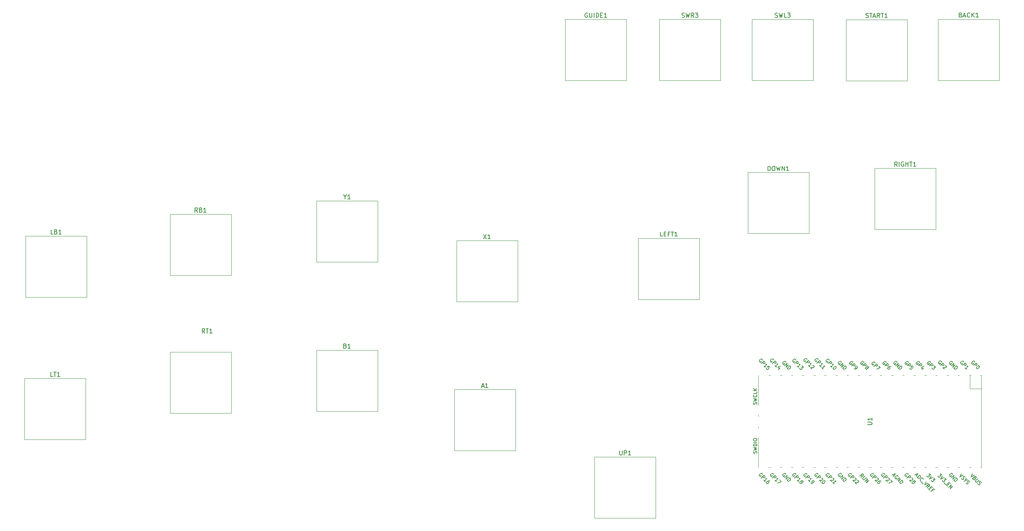
<source format=gbr>
%TF.GenerationSoftware,KiCad,Pcbnew,8.0.5*%
%TF.CreationDate,2024-10-12T18:26:30-04:00*%
%TF.ProjectId,MicrocontrollerMount,4d696372-6f63-46f6-9e74-726f6c6c6572,rev?*%
%TF.SameCoordinates,Original*%
%TF.FileFunction,Legend,Top*%
%TF.FilePolarity,Positive*%
%FSLAX46Y46*%
G04 Gerber Fmt 4.6, Leading zero omitted, Abs format (unit mm)*
G04 Created by KiCad (PCBNEW 8.0.5) date 2024-10-12 18:26:30*
%MOMM*%
%LPD*%
G01*
G04 APERTURE LIST*
%ADD10C,0.150000*%
%ADD11C,0.120000*%
G04 APERTURE END LIST*
D10*
X141610476Y-81800819D02*
X142277142Y-82800819D01*
X142277142Y-81800819D02*
X141610476Y-82800819D01*
X143181904Y-82800819D02*
X142610476Y-82800819D01*
X142896190Y-82800819D02*
X142896190Y-81800819D01*
X142896190Y-81800819D02*
X142800952Y-81943676D01*
X142800952Y-81943676D02*
X142705714Y-82038914D01*
X142705714Y-82038914D02*
X142610476Y-82086533D01*
X165341428Y-31268438D02*
X165246190Y-31220819D01*
X165246190Y-31220819D02*
X165103333Y-31220819D01*
X165103333Y-31220819D02*
X164960476Y-31268438D01*
X164960476Y-31268438D02*
X164865238Y-31363676D01*
X164865238Y-31363676D02*
X164817619Y-31458914D01*
X164817619Y-31458914D02*
X164770000Y-31649390D01*
X164770000Y-31649390D02*
X164770000Y-31792247D01*
X164770000Y-31792247D02*
X164817619Y-31982723D01*
X164817619Y-31982723D02*
X164865238Y-32077961D01*
X164865238Y-32077961D02*
X164960476Y-32173200D01*
X164960476Y-32173200D02*
X165103333Y-32220819D01*
X165103333Y-32220819D02*
X165198571Y-32220819D01*
X165198571Y-32220819D02*
X165341428Y-32173200D01*
X165341428Y-32173200D02*
X165389047Y-32125580D01*
X165389047Y-32125580D02*
X165389047Y-31792247D01*
X165389047Y-31792247D02*
X165198571Y-31792247D01*
X165817619Y-31220819D02*
X165817619Y-32030342D01*
X165817619Y-32030342D02*
X165865238Y-32125580D01*
X165865238Y-32125580D02*
X165912857Y-32173200D01*
X165912857Y-32173200D02*
X166008095Y-32220819D01*
X166008095Y-32220819D02*
X166198571Y-32220819D01*
X166198571Y-32220819D02*
X166293809Y-32173200D01*
X166293809Y-32173200D02*
X166341428Y-32125580D01*
X166341428Y-32125580D02*
X166389047Y-32030342D01*
X166389047Y-32030342D02*
X166389047Y-31220819D01*
X166865238Y-32220819D02*
X166865238Y-31220819D01*
X167341428Y-32220819D02*
X167341428Y-31220819D01*
X167341428Y-31220819D02*
X167579523Y-31220819D01*
X167579523Y-31220819D02*
X167722380Y-31268438D01*
X167722380Y-31268438D02*
X167817618Y-31363676D01*
X167817618Y-31363676D02*
X167865237Y-31458914D01*
X167865237Y-31458914D02*
X167912856Y-31649390D01*
X167912856Y-31649390D02*
X167912856Y-31792247D01*
X167912856Y-31792247D02*
X167865237Y-31982723D01*
X167865237Y-31982723D02*
X167817618Y-32077961D01*
X167817618Y-32077961D02*
X167722380Y-32173200D01*
X167722380Y-32173200D02*
X167579523Y-32220819D01*
X167579523Y-32220819D02*
X167341428Y-32220819D01*
X168341428Y-31697009D02*
X168674761Y-31697009D01*
X168817618Y-32220819D02*
X168341428Y-32220819D01*
X168341428Y-32220819D02*
X168341428Y-31220819D01*
X168341428Y-31220819D02*
X168817618Y-31220819D01*
X169769999Y-32220819D02*
X169198571Y-32220819D01*
X169484285Y-32220819D02*
X169484285Y-31220819D01*
X169484285Y-31220819D02*
X169389047Y-31363676D01*
X169389047Y-31363676D02*
X169293809Y-31458914D01*
X169293809Y-31458914D02*
X169198571Y-31506533D01*
X208221905Y-32173200D02*
X208364762Y-32220819D01*
X208364762Y-32220819D02*
X208602857Y-32220819D01*
X208602857Y-32220819D02*
X208698095Y-32173200D01*
X208698095Y-32173200D02*
X208745714Y-32125580D01*
X208745714Y-32125580D02*
X208793333Y-32030342D01*
X208793333Y-32030342D02*
X208793333Y-31935104D01*
X208793333Y-31935104D02*
X208745714Y-31839866D01*
X208745714Y-31839866D02*
X208698095Y-31792247D01*
X208698095Y-31792247D02*
X208602857Y-31744628D01*
X208602857Y-31744628D02*
X208412381Y-31697009D01*
X208412381Y-31697009D02*
X208317143Y-31649390D01*
X208317143Y-31649390D02*
X208269524Y-31601771D01*
X208269524Y-31601771D02*
X208221905Y-31506533D01*
X208221905Y-31506533D02*
X208221905Y-31411295D01*
X208221905Y-31411295D02*
X208269524Y-31316057D01*
X208269524Y-31316057D02*
X208317143Y-31268438D01*
X208317143Y-31268438D02*
X208412381Y-31220819D01*
X208412381Y-31220819D02*
X208650476Y-31220819D01*
X208650476Y-31220819D02*
X208793333Y-31268438D01*
X209126667Y-31220819D02*
X209364762Y-32220819D01*
X209364762Y-32220819D02*
X209555238Y-31506533D01*
X209555238Y-31506533D02*
X209745714Y-32220819D01*
X209745714Y-32220819D02*
X209983810Y-31220819D01*
X210840952Y-32220819D02*
X210364762Y-32220819D01*
X210364762Y-32220819D02*
X210364762Y-31220819D01*
X211079048Y-31220819D02*
X211698095Y-31220819D01*
X211698095Y-31220819D02*
X211364762Y-31601771D01*
X211364762Y-31601771D02*
X211507619Y-31601771D01*
X211507619Y-31601771D02*
X211602857Y-31649390D01*
X211602857Y-31649390D02*
X211650476Y-31697009D01*
X211650476Y-31697009D02*
X211698095Y-31792247D01*
X211698095Y-31792247D02*
X211698095Y-32030342D01*
X211698095Y-32030342D02*
X211650476Y-32125580D01*
X211650476Y-32125580D02*
X211602857Y-32173200D01*
X211602857Y-32173200D02*
X211507619Y-32220819D01*
X211507619Y-32220819D02*
X211221905Y-32220819D01*
X211221905Y-32220819D02*
X211126667Y-32173200D01*
X211126667Y-32173200D02*
X211079048Y-32125580D01*
X43222380Y-114260819D02*
X42746190Y-114260819D01*
X42746190Y-114260819D02*
X42746190Y-113260819D01*
X43412857Y-113260819D02*
X43984285Y-113260819D01*
X43698571Y-114260819D02*
X43698571Y-113260819D01*
X44841428Y-114260819D02*
X44270000Y-114260819D01*
X44555714Y-114260819D02*
X44555714Y-113260819D01*
X44555714Y-113260819D02*
X44460476Y-113403676D01*
X44460476Y-113403676D02*
X44365238Y-113498914D01*
X44365238Y-113498914D02*
X44270000Y-113546533D01*
X110015238Y-107277009D02*
X110158095Y-107324628D01*
X110158095Y-107324628D02*
X110205714Y-107372247D01*
X110205714Y-107372247D02*
X110253333Y-107467485D01*
X110253333Y-107467485D02*
X110253333Y-107610342D01*
X110253333Y-107610342D02*
X110205714Y-107705580D01*
X110205714Y-107705580D02*
X110158095Y-107753200D01*
X110158095Y-107753200D02*
X110062857Y-107800819D01*
X110062857Y-107800819D02*
X109681905Y-107800819D01*
X109681905Y-107800819D02*
X109681905Y-106800819D01*
X109681905Y-106800819D02*
X110015238Y-106800819D01*
X110015238Y-106800819D02*
X110110476Y-106848438D01*
X110110476Y-106848438D02*
X110158095Y-106896057D01*
X110158095Y-106896057D02*
X110205714Y-106991295D01*
X110205714Y-106991295D02*
X110205714Y-107086533D01*
X110205714Y-107086533D02*
X110158095Y-107181771D01*
X110158095Y-107181771D02*
X110110476Y-107229390D01*
X110110476Y-107229390D02*
X110015238Y-107277009D01*
X110015238Y-107277009D02*
X109681905Y-107277009D01*
X111205714Y-107800819D02*
X110634286Y-107800819D01*
X110920000Y-107800819D02*
X110920000Y-106800819D01*
X110920000Y-106800819D02*
X110824762Y-106943676D01*
X110824762Y-106943676D02*
X110729524Y-107038914D01*
X110729524Y-107038914D02*
X110634286Y-107086533D01*
X186936667Y-32173200D02*
X187079524Y-32220819D01*
X187079524Y-32220819D02*
X187317619Y-32220819D01*
X187317619Y-32220819D02*
X187412857Y-32173200D01*
X187412857Y-32173200D02*
X187460476Y-32125580D01*
X187460476Y-32125580D02*
X187508095Y-32030342D01*
X187508095Y-32030342D02*
X187508095Y-31935104D01*
X187508095Y-31935104D02*
X187460476Y-31839866D01*
X187460476Y-31839866D02*
X187412857Y-31792247D01*
X187412857Y-31792247D02*
X187317619Y-31744628D01*
X187317619Y-31744628D02*
X187127143Y-31697009D01*
X187127143Y-31697009D02*
X187031905Y-31649390D01*
X187031905Y-31649390D02*
X186984286Y-31601771D01*
X186984286Y-31601771D02*
X186936667Y-31506533D01*
X186936667Y-31506533D02*
X186936667Y-31411295D01*
X186936667Y-31411295D02*
X186984286Y-31316057D01*
X186984286Y-31316057D02*
X187031905Y-31268438D01*
X187031905Y-31268438D02*
X187127143Y-31220819D01*
X187127143Y-31220819D02*
X187365238Y-31220819D01*
X187365238Y-31220819D02*
X187508095Y-31268438D01*
X187841429Y-31220819D02*
X188079524Y-32220819D01*
X188079524Y-32220819D02*
X188270000Y-31506533D01*
X188270000Y-31506533D02*
X188460476Y-32220819D01*
X188460476Y-32220819D02*
X188698572Y-31220819D01*
X189650952Y-32220819D02*
X189317619Y-31744628D01*
X189079524Y-32220819D02*
X189079524Y-31220819D01*
X189079524Y-31220819D02*
X189460476Y-31220819D01*
X189460476Y-31220819D02*
X189555714Y-31268438D01*
X189555714Y-31268438D02*
X189603333Y-31316057D01*
X189603333Y-31316057D02*
X189650952Y-31411295D01*
X189650952Y-31411295D02*
X189650952Y-31554152D01*
X189650952Y-31554152D02*
X189603333Y-31649390D01*
X189603333Y-31649390D02*
X189555714Y-31697009D01*
X189555714Y-31697009D02*
X189460476Y-31744628D01*
X189460476Y-31744628D02*
X189079524Y-31744628D01*
X189984286Y-31220819D02*
X190603333Y-31220819D01*
X190603333Y-31220819D02*
X190270000Y-31601771D01*
X190270000Y-31601771D02*
X190412857Y-31601771D01*
X190412857Y-31601771D02*
X190508095Y-31649390D01*
X190508095Y-31649390D02*
X190555714Y-31697009D01*
X190555714Y-31697009D02*
X190603333Y-31792247D01*
X190603333Y-31792247D02*
X190603333Y-32030342D01*
X190603333Y-32030342D02*
X190555714Y-32125580D01*
X190555714Y-32125580D02*
X190508095Y-32173200D01*
X190508095Y-32173200D02*
X190412857Y-32220819D01*
X190412857Y-32220819D02*
X190127143Y-32220819D01*
X190127143Y-32220819D02*
X190031905Y-32173200D01*
X190031905Y-32173200D02*
X189984286Y-32125580D01*
X172698095Y-131220819D02*
X172698095Y-132030342D01*
X172698095Y-132030342D02*
X172745714Y-132125580D01*
X172745714Y-132125580D02*
X172793333Y-132173200D01*
X172793333Y-132173200D02*
X172888571Y-132220819D01*
X172888571Y-132220819D02*
X173079047Y-132220819D01*
X173079047Y-132220819D02*
X173174285Y-132173200D01*
X173174285Y-132173200D02*
X173221904Y-132125580D01*
X173221904Y-132125580D02*
X173269523Y-132030342D01*
X173269523Y-132030342D02*
X173269523Y-131220819D01*
X173745714Y-132220819D02*
X173745714Y-131220819D01*
X173745714Y-131220819D02*
X174126666Y-131220819D01*
X174126666Y-131220819D02*
X174221904Y-131268438D01*
X174221904Y-131268438D02*
X174269523Y-131316057D01*
X174269523Y-131316057D02*
X174317142Y-131411295D01*
X174317142Y-131411295D02*
X174317142Y-131554152D01*
X174317142Y-131554152D02*
X174269523Y-131649390D01*
X174269523Y-131649390D02*
X174221904Y-131697009D01*
X174221904Y-131697009D02*
X174126666Y-131744628D01*
X174126666Y-131744628D02*
X173745714Y-131744628D01*
X175269523Y-132220819D02*
X174698095Y-132220819D01*
X174983809Y-132220819D02*
X174983809Y-131220819D01*
X174983809Y-131220819D02*
X174888571Y-131363676D01*
X174888571Y-131363676D02*
X174793333Y-131458914D01*
X174793333Y-131458914D02*
X174698095Y-131506533D01*
X236150476Y-66220819D02*
X235817143Y-65744628D01*
X235579048Y-66220819D02*
X235579048Y-65220819D01*
X235579048Y-65220819D02*
X235960000Y-65220819D01*
X235960000Y-65220819D02*
X236055238Y-65268438D01*
X236055238Y-65268438D02*
X236102857Y-65316057D01*
X236102857Y-65316057D02*
X236150476Y-65411295D01*
X236150476Y-65411295D02*
X236150476Y-65554152D01*
X236150476Y-65554152D02*
X236102857Y-65649390D01*
X236102857Y-65649390D02*
X236055238Y-65697009D01*
X236055238Y-65697009D02*
X235960000Y-65744628D01*
X235960000Y-65744628D02*
X235579048Y-65744628D01*
X236579048Y-66220819D02*
X236579048Y-65220819D01*
X237579047Y-65268438D02*
X237483809Y-65220819D01*
X237483809Y-65220819D02*
X237340952Y-65220819D01*
X237340952Y-65220819D02*
X237198095Y-65268438D01*
X237198095Y-65268438D02*
X237102857Y-65363676D01*
X237102857Y-65363676D02*
X237055238Y-65458914D01*
X237055238Y-65458914D02*
X237007619Y-65649390D01*
X237007619Y-65649390D02*
X237007619Y-65792247D01*
X237007619Y-65792247D02*
X237055238Y-65982723D01*
X237055238Y-65982723D02*
X237102857Y-66077961D01*
X237102857Y-66077961D02*
X237198095Y-66173200D01*
X237198095Y-66173200D02*
X237340952Y-66220819D01*
X237340952Y-66220819D02*
X237436190Y-66220819D01*
X237436190Y-66220819D02*
X237579047Y-66173200D01*
X237579047Y-66173200D02*
X237626666Y-66125580D01*
X237626666Y-66125580D02*
X237626666Y-65792247D01*
X237626666Y-65792247D02*
X237436190Y-65792247D01*
X238055238Y-66220819D02*
X238055238Y-65220819D01*
X238055238Y-65697009D02*
X238626666Y-65697009D01*
X238626666Y-66220819D02*
X238626666Y-65220819D01*
X238960000Y-65220819D02*
X239531428Y-65220819D01*
X239245714Y-66220819D02*
X239245714Y-65220819D01*
X240388571Y-66220819D02*
X239817143Y-66220819D01*
X240102857Y-66220819D02*
X240102857Y-65220819D01*
X240102857Y-65220819D02*
X240007619Y-65363676D01*
X240007619Y-65363676D02*
X239912381Y-65458914D01*
X239912381Y-65458914D02*
X239817143Y-65506533D01*
X43293333Y-81720819D02*
X42817143Y-81720819D01*
X42817143Y-81720819D02*
X42817143Y-80720819D01*
X43960000Y-81197009D02*
X44102857Y-81244628D01*
X44102857Y-81244628D02*
X44150476Y-81292247D01*
X44150476Y-81292247D02*
X44198095Y-81387485D01*
X44198095Y-81387485D02*
X44198095Y-81530342D01*
X44198095Y-81530342D02*
X44150476Y-81625580D01*
X44150476Y-81625580D02*
X44102857Y-81673200D01*
X44102857Y-81673200D02*
X44007619Y-81720819D01*
X44007619Y-81720819D02*
X43626667Y-81720819D01*
X43626667Y-81720819D02*
X43626667Y-80720819D01*
X43626667Y-80720819D02*
X43960000Y-80720819D01*
X43960000Y-80720819D02*
X44055238Y-80768438D01*
X44055238Y-80768438D02*
X44102857Y-80816057D01*
X44102857Y-80816057D02*
X44150476Y-80911295D01*
X44150476Y-80911295D02*
X44150476Y-81006533D01*
X44150476Y-81006533D02*
X44102857Y-81101771D01*
X44102857Y-81101771D02*
X44055238Y-81149390D01*
X44055238Y-81149390D02*
X43960000Y-81197009D01*
X43960000Y-81197009D02*
X43626667Y-81197009D01*
X45150476Y-81720819D02*
X44579048Y-81720819D01*
X44864762Y-81720819D02*
X44864762Y-80720819D01*
X44864762Y-80720819D02*
X44769524Y-80863676D01*
X44769524Y-80863676D02*
X44674286Y-80958914D01*
X44674286Y-80958914D02*
X44579048Y-81006533D01*
X182531428Y-82220819D02*
X182055238Y-82220819D01*
X182055238Y-82220819D02*
X182055238Y-81220819D01*
X182864762Y-81697009D02*
X183198095Y-81697009D01*
X183340952Y-82220819D02*
X182864762Y-82220819D01*
X182864762Y-82220819D02*
X182864762Y-81220819D01*
X182864762Y-81220819D02*
X183340952Y-81220819D01*
X184102857Y-81697009D02*
X183769524Y-81697009D01*
X183769524Y-82220819D02*
X183769524Y-81220819D01*
X183769524Y-81220819D02*
X184245714Y-81220819D01*
X184483810Y-81220819D02*
X185055238Y-81220819D01*
X184769524Y-82220819D02*
X184769524Y-81220819D01*
X185912381Y-82220819D02*
X185340953Y-82220819D01*
X185626667Y-82220819D02*
X185626667Y-81220819D01*
X185626667Y-81220819D02*
X185531429Y-81363676D01*
X185531429Y-81363676D02*
X185436191Y-81458914D01*
X185436191Y-81458914D02*
X185340953Y-81506533D01*
X141205714Y-116515104D02*
X141681904Y-116515104D01*
X141110476Y-116800819D02*
X141443809Y-115800819D01*
X141443809Y-115800819D02*
X141777142Y-116800819D01*
X142634285Y-116800819D02*
X142062857Y-116800819D01*
X142348571Y-116800819D02*
X142348571Y-115800819D01*
X142348571Y-115800819D02*
X142253333Y-115943676D01*
X142253333Y-115943676D02*
X142158095Y-116038914D01*
X142158095Y-116038914D02*
X142062857Y-116086533D01*
X229344819Y-125291904D02*
X230154342Y-125291904D01*
X230154342Y-125291904D02*
X230249580Y-125244285D01*
X230249580Y-125244285D02*
X230297200Y-125196666D01*
X230297200Y-125196666D02*
X230344819Y-125101428D01*
X230344819Y-125101428D02*
X230344819Y-124910952D01*
X230344819Y-124910952D02*
X230297200Y-124815714D01*
X230297200Y-124815714D02*
X230249580Y-124768095D01*
X230249580Y-124768095D02*
X230154342Y-124720476D01*
X230154342Y-124720476D02*
X229344819Y-124720476D01*
X230344819Y-123720476D02*
X230344819Y-124291904D01*
X230344819Y-124006190D02*
X229344819Y-124006190D01*
X229344819Y-124006190D02*
X229487676Y-124101428D01*
X229487676Y-124101428D02*
X229582914Y-124196666D01*
X229582914Y-124196666D02*
X229630533Y-124291904D01*
X204014200Y-131825238D02*
X204052295Y-131710952D01*
X204052295Y-131710952D02*
X204052295Y-131520476D01*
X204052295Y-131520476D02*
X204014200Y-131444285D01*
X204014200Y-131444285D02*
X203976104Y-131406190D01*
X203976104Y-131406190D02*
X203899914Y-131368095D01*
X203899914Y-131368095D02*
X203823723Y-131368095D01*
X203823723Y-131368095D02*
X203747533Y-131406190D01*
X203747533Y-131406190D02*
X203709438Y-131444285D01*
X203709438Y-131444285D02*
X203671342Y-131520476D01*
X203671342Y-131520476D02*
X203633247Y-131672857D01*
X203633247Y-131672857D02*
X203595152Y-131749047D01*
X203595152Y-131749047D02*
X203557057Y-131787142D01*
X203557057Y-131787142D02*
X203480866Y-131825238D01*
X203480866Y-131825238D02*
X203404676Y-131825238D01*
X203404676Y-131825238D02*
X203328485Y-131787142D01*
X203328485Y-131787142D02*
X203290390Y-131749047D01*
X203290390Y-131749047D02*
X203252295Y-131672857D01*
X203252295Y-131672857D02*
X203252295Y-131482380D01*
X203252295Y-131482380D02*
X203290390Y-131368095D01*
X203252295Y-131101428D02*
X204052295Y-130910952D01*
X204052295Y-130910952D02*
X203480866Y-130758571D01*
X203480866Y-130758571D02*
X204052295Y-130606190D01*
X204052295Y-130606190D02*
X203252295Y-130415714D01*
X204052295Y-130110951D02*
X203252295Y-130110951D01*
X203252295Y-130110951D02*
X203252295Y-129920475D01*
X203252295Y-129920475D02*
X203290390Y-129806189D01*
X203290390Y-129806189D02*
X203366580Y-129729999D01*
X203366580Y-129729999D02*
X203442771Y-129691904D01*
X203442771Y-129691904D02*
X203595152Y-129653808D01*
X203595152Y-129653808D02*
X203709438Y-129653808D01*
X203709438Y-129653808D02*
X203861819Y-129691904D01*
X203861819Y-129691904D02*
X203938009Y-129729999D01*
X203938009Y-129729999D02*
X204014200Y-129806189D01*
X204014200Y-129806189D02*
X204052295Y-129920475D01*
X204052295Y-129920475D02*
X204052295Y-130110951D01*
X204052295Y-129310951D02*
X203252295Y-129310951D01*
X203252295Y-128777618D02*
X203252295Y-128625237D01*
X203252295Y-128625237D02*
X203290390Y-128549047D01*
X203290390Y-128549047D02*
X203366580Y-128472856D01*
X203366580Y-128472856D02*
X203518961Y-128434761D01*
X203518961Y-128434761D02*
X203785628Y-128434761D01*
X203785628Y-128434761D02*
X203938009Y-128472856D01*
X203938009Y-128472856D02*
X204014200Y-128549047D01*
X204014200Y-128549047D02*
X204052295Y-128625237D01*
X204052295Y-128625237D02*
X204052295Y-128777618D01*
X204052295Y-128777618D02*
X204014200Y-128853809D01*
X204014200Y-128853809D02*
X203938009Y-128929999D01*
X203938009Y-128929999D02*
X203785628Y-128968095D01*
X203785628Y-128968095D02*
X203518961Y-128968095D01*
X203518961Y-128968095D02*
X203366580Y-128929999D01*
X203366580Y-128929999D02*
X203290390Y-128853809D01*
X203290390Y-128853809D02*
X203252295Y-128777618D01*
X212989131Y-136627998D02*
X212962194Y-136547185D01*
X212962194Y-136547185D02*
X212881381Y-136466373D01*
X212881381Y-136466373D02*
X212773632Y-136412498D01*
X212773632Y-136412498D02*
X212665882Y-136412498D01*
X212665882Y-136412498D02*
X212585070Y-136439436D01*
X212585070Y-136439436D02*
X212450383Y-136520248D01*
X212450383Y-136520248D02*
X212369571Y-136601060D01*
X212369571Y-136601060D02*
X212288758Y-136735747D01*
X212288758Y-136735747D02*
X212261821Y-136816560D01*
X212261821Y-136816560D02*
X212261821Y-136924309D01*
X212261821Y-136924309D02*
X212315696Y-137032059D01*
X212315696Y-137032059D02*
X212369571Y-137085934D01*
X212369571Y-137085934D02*
X212477320Y-137139808D01*
X212477320Y-137139808D02*
X212531195Y-137139808D01*
X212531195Y-137139808D02*
X212719757Y-136951247D01*
X212719757Y-136951247D02*
X212612007Y-136843497D01*
X212719757Y-137436120D02*
X213285442Y-136870434D01*
X213285442Y-136870434D02*
X213500942Y-137085934D01*
X213500942Y-137085934D02*
X213527879Y-137166746D01*
X213527879Y-137166746D02*
X213527879Y-137220621D01*
X213527879Y-137220621D02*
X213500942Y-137301433D01*
X213500942Y-137301433D02*
X213420129Y-137382245D01*
X213420129Y-137382245D02*
X213339317Y-137409182D01*
X213339317Y-137409182D02*
X213285442Y-137409182D01*
X213285442Y-137409182D02*
X213204630Y-137382245D01*
X213204630Y-137382245D02*
X212989131Y-137166746D01*
X213581754Y-138298117D02*
X213258505Y-137974868D01*
X213420129Y-138136492D02*
X213985815Y-137570807D01*
X213985815Y-137570807D02*
X213851128Y-137597744D01*
X213851128Y-137597744D02*
X213743378Y-137597744D01*
X213743378Y-137597744D02*
X213662566Y-137570807D01*
X214228252Y-138298117D02*
X214201314Y-138217305D01*
X214201314Y-138217305D02*
X214201314Y-138163430D01*
X214201314Y-138163430D02*
X214228252Y-138082618D01*
X214228252Y-138082618D02*
X214255189Y-138055680D01*
X214255189Y-138055680D02*
X214336001Y-138028743D01*
X214336001Y-138028743D02*
X214389876Y-138028743D01*
X214389876Y-138028743D02*
X214470688Y-138055680D01*
X214470688Y-138055680D02*
X214578438Y-138163430D01*
X214578438Y-138163430D02*
X214605375Y-138244242D01*
X214605375Y-138244242D02*
X214605375Y-138298117D01*
X214605375Y-138298117D02*
X214578438Y-138378929D01*
X214578438Y-138378929D02*
X214551500Y-138405866D01*
X214551500Y-138405866D02*
X214470688Y-138432804D01*
X214470688Y-138432804D02*
X214416813Y-138432804D01*
X214416813Y-138432804D02*
X214336001Y-138405866D01*
X214336001Y-138405866D02*
X214228252Y-138298117D01*
X214228252Y-138298117D02*
X214147439Y-138271179D01*
X214147439Y-138271179D02*
X214093565Y-138271179D01*
X214093565Y-138271179D02*
X214012752Y-138298117D01*
X214012752Y-138298117D02*
X213905003Y-138405866D01*
X213905003Y-138405866D02*
X213878065Y-138486679D01*
X213878065Y-138486679D02*
X213878065Y-138540553D01*
X213878065Y-138540553D02*
X213905003Y-138621366D01*
X213905003Y-138621366D02*
X214012752Y-138729115D01*
X214012752Y-138729115D02*
X214093565Y-138756053D01*
X214093565Y-138756053D02*
X214147439Y-138756053D01*
X214147439Y-138756053D02*
X214228252Y-138729115D01*
X214228252Y-138729115D02*
X214336001Y-138621366D01*
X214336001Y-138621366D02*
X214362939Y-138540553D01*
X214362939Y-138540553D02*
X214362939Y-138486679D01*
X214362939Y-138486679D02*
X214336001Y-138405866D01*
X233578505Y-111043372D02*
X233551568Y-110962560D01*
X233551568Y-110962560D02*
X233470756Y-110881748D01*
X233470756Y-110881748D02*
X233363006Y-110827873D01*
X233363006Y-110827873D02*
X233255257Y-110827873D01*
X233255257Y-110827873D02*
X233174444Y-110854810D01*
X233174444Y-110854810D02*
X233039757Y-110935623D01*
X233039757Y-110935623D02*
X232958945Y-111016435D01*
X232958945Y-111016435D02*
X232878133Y-111151122D01*
X232878133Y-111151122D02*
X232851196Y-111231934D01*
X232851196Y-111231934D02*
X232851196Y-111339684D01*
X232851196Y-111339684D02*
X232905070Y-111447433D01*
X232905070Y-111447433D02*
X232958945Y-111501308D01*
X232958945Y-111501308D02*
X233066695Y-111555183D01*
X233066695Y-111555183D02*
X233120570Y-111555183D01*
X233120570Y-111555183D02*
X233309131Y-111366621D01*
X233309131Y-111366621D02*
X233201382Y-111258871D01*
X233309131Y-111851494D02*
X233874817Y-111285809D01*
X233874817Y-111285809D02*
X234090316Y-111501308D01*
X234090316Y-111501308D02*
X234117253Y-111582120D01*
X234117253Y-111582120D02*
X234117253Y-111635995D01*
X234117253Y-111635995D02*
X234090316Y-111716807D01*
X234090316Y-111716807D02*
X234009504Y-111797619D01*
X234009504Y-111797619D02*
X233928692Y-111824557D01*
X233928692Y-111824557D02*
X233874817Y-111824557D01*
X233874817Y-111824557D02*
X233794005Y-111797619D01*
X233794005Y-111797619D02*
X233578505Y-111582120D01*
X234682939Y-112093931D02*
X234575189Y-111986181D01*
X234575189Y-111986181D02*
X234494377Y-111959244D01*
X234494377Y-111959244D02*
X234440502Y-111959244D01*
X234440502Y-111959244D02*
X234305815Y-111986181D01*
X234305815Y-111986181D02*
X234171128Y-112066993D01*
X234171128Y-112066993D02*
X233955629Y-112282493D01*
X233955629Y-112282493D02*
X233928692Y-112363305D01*
X233928692Y-112363305D02*
X233928692Y-112417180D01*
X233928692Y-112417180D02*
X233955629Y-112497992D01*
X233955629Y-112497992D02*
X234063379Y-112605741D01*
X234063379Y-112605741D02*
X234144191Y-112632679D01*
X234144191Y-112632679D02*
X234198066Y-112632679D01*
X234198066Y-112632679D02*
X234278878Y-112605741D01*
X234278878Y-112605741D02*
X234413565Y-112471054D01*
X234413565Y-112471054D02*
X234440502Y-112390242D01*
X234440502Y-112390242D02*
X234440502Y-112336367D01*
X234440502Y-112336367D02*
X234413565Y-112255555D01*
X234413565Y-112255555D02*
X234305815Y-112147806D01*
X234305815Y-112147806D02*
X234225003Y-112120868D01*
X234225003Y-112120868D02*
X234171128Y-112120868D01*
X234171128Y-112120868D02*
X234090316Y-112147806D01*
X225689131Y-136627998D02*
X225662194Y-136547185D01*
X225662194Y-136547185D02*
X225581381Y-136466373D01*
X225581381Y-136466373D02*
X225473632Y-136412498D01*
X225473632Y-136412498D02*
X225365882Y-136412498D01*
X225365882Y-136412498D02*
X225285070Y-136439436D01*
X225285070Y-136439436D02*
X225150383Y-136520248D01*
X225150383Y-136520248D02*
X225069571Y-136601060D01*
X225069571Y-136601060D02*
X224988758Y-136735747D01*
X224988758Y-136735747D02*
X224961821Y-136816560D01*
X224961821Y-136816560D02*
X224961821Y-136924309D01*
X224961821Y-136924309D02*
X225015696Y-137032059D01*
X225015696Y-137032059D02*
X225069571Y-137085934D01*
X225069571Y-137085934D02*
X225177320Y-137139808D01*
X225177320Y-137139808D02*
X225231195Y-137139808D01*
X225231195Y-137139808D02*
X225419757Y-136951247D01*
X225419757Y-136951247D02*
X225312007Y-136843497D01*
X225419757Y-137436120D02*
X225985442Y-136870434D01*
X225985442Y-136870434D02*
X226200942Y-137085934D01*
X226200942Y-137085934D02*
X226227879Y-137166746D01*
X226227879Y-137166746D02*
X226227879Y-137220621D01*
X226227879Y-137220621D02*
X226200942Y-137301433D01*
X226200942Y-137301433D02*
X226120129Y-137382245D01*
X226120129Y-137382245D02*
X226039317Y-137409182D01*
X226039317Y-137409182D02*
X225985442Y-137409182D01*
X225985442Y-137409182D02*
X225904630Y-137382245D01*
X225904630Y-137382245D02*
X225689131Y-137166746D01*
X226470316Y-137463057D02*
X226524190Y-137463057D01*
X226524190Y-137463057D02*
X226605003Y-137489995D01*
X226605003Y-137489995D02*
X226739690Y-137624682D01*
X226739690Y-137624682D02*
X226766627Y-137705494D01*
X226766627Y-137705494D02*
X226766627Y-137759369D01*
X226766627Y-137759369D02*
X226739690Y-137840181D01*
X226739690Y-137840181D02*
X226685815Y-137894056D01*
X226685815Y-137894056D02*
X226578065Y-137947930D01*
X226578065Y-137947930D02*
X225931568Y-137947930D01*
X225931568Y-137947930D02*
X226281754Y-138298117D01*
X227009064Y-138001805D02*
X227062939Y-138001805D01*
X227062939Y-138001805D02*
X227143751Y-138028743D01*
X227143751Y-138028743D02*
X227278438Y-138163430D01*
X227278438Y-138163430D02*
X227305375Y-138244242D01*
X227305375Y-138244242D02*
X227305375Y-138298117D01*
X227305375Y-138298117D02*
X227278438Y-138378929D01*
X227278438Y-138378929D02*
X227224563Y-138432804D01*
X227224563Y-138432804D02*
X227116813Y-138486679D01*
X227116813Y-138486679D02*
X226470316Y-138486679D01*
X226470316Y-138486679D02*
X226820502Y-138836865D01*
X233299131Y-136627998D02*
X233272194Y-136547185D01*
X233272194Y-136547185D02*
X233191381Y-136466373D01*
X233191381Y-136466373D02*
X233083632Y-136412498D01*
X233083632Y-136412498D02*
X232975882Y-136412498D01*
X232975882Y-136412498D02*
X232895070Y-136439436D01*
X232895070Y-136439436D02*
X232760383Y-136520248D01*
X232760383Y-136520248D02*
X232679571Y-136601060D01*
X232679571Y-136601060D02*
X232598758Y-136735747D01*
X232598758Y-136735747D02*
X232571821Y-136816560D01*
X232571821Y-136816560D02*
X232571821Y-136924309D01*
X232571821Y-136924309D02*
X232625696Y-137032059D01*
X232625696Y-137032059D02*
X232679571Y-137085934D01*
X232679571Y-137085934D02*
X232787320Y-137139808D01*
X232787320Y-137139808D02*
X232841195Y-137139808D01*
X232841195Y-137139808D02*
X233029757Y-136951247D01*
X233029757Y-136951247D02*
X232922007Y-136843497D01*
X233029757Y-137436120D02*
X233595442Y-136870434D01*
X233595442Y-136870434D02*
X233810942Y-137085934D01*
X233810942Y-137085934D02*
X233837879Y-137166746D01*
X233837879Y-137166746D02*
X233837879Y-137220621D01*
X233837879Y-137220621D02*
X233810942Y-137301433D01*
X233810942Y-137301433D02*
X233730129Y-137382245D01*
X233730129Y-137382245D02*
X233649317Y-137409182D01*
X233649317Y-137409182D02*
X233595442Y-137409182D01*
X233595442Y-137409182D02*
X233514630Y-137382245D01*
X233514630Y-137382245D02*
X233299131Y-137166746D01*
X234080316Y-137463057D02*
X234134190Y-137463057D01*
X234134190Y-137463057D02*
X234215003Y-137489995D01*
X234215003Y-137489995D02*
X234349690Y-137624682D01*
X234349690Y-137624682D02*
X234376627Y-137705494D01*
X234376627Y-137705494D02*
X234376627Y-137759369D01*
X234376627Y-137759369D02*
X234349690Y-137840181D01*
X234349690Y-137840181D02*
X234295815Y-137894056D01*
X234295815Y-137894056D02*
X234188065Y-137947930D01*
X234188065Y-137947930D02*
X233541568Y-137947930D01*
X233541568Y-137947930D02*
X233891754Y-138298117D01*
X234646001Y-137920993D02*
X235023125Y-138298117D01*
X235023125Y-138298117D02*
X234215003Y-138621366D01*
X207909131Y-110473998D02*
X207882194Y-110393185D01*
X207882194Y-110393185D02*
X207801381Y-110312373D01*
X207801381Y-110312373D02*
X207693632Y-110258498D01*
X207693632Y-110258498D02*
X207585882Y-110258498D01*
X207585882Y-110258498D02*
X207505070Y-110285436D01*
X207505070Y-110285436D02*
X207370383Y-110366248D01*
X207370383Y-110366248D02*
X207289571Y-110447060D01*
X207289571Y-110447060D02*
X207208758Y-110581747D01*
X207208758Y-110581747D02*
X207181821Y-110662560D01*
X207181821Y-110662560D02*
X207181821Y-110770309D01*
X207181821Y-110770309D02*
X207235696Y-110878059D01*
X207235696Y-110878059D02*
X207289571Y-110931934D01*
X207289571Y-110931934D02*
X207397320Y-110985808D01*
X207397320Y-110985808D02*
X207451195Y-110985808D01*
X207451195Y-110985808D02*
X207639757Y-110797247D01*
X207639757Y-110797247D02*
X207532007Y-110689497D01*
X207639757Y-111282120D02*
X208205442Y-110716434D01*
X208205442Y-110716434D02*
X208420942Y-110931934D01*
X208420942Y-110931934D02*
X208447879Y-111012746D01*
X208447879Y-111012746D02*
X208447879Y-111066621D01*
X208447879Y-111066621D02*
X208420942Y-111147433D01*
X208420942Y-111147433D02*
X208340129Y-111228245D01*
X208340129Y-111228245D02*
X208259317Y-111255182D01*
X208259317Y-111255182D02*
X208205442Y-111255182D01*
X208205442Y-111255182D02*
X208124630Y-111228245D01*
X208124630Y-111228245D02*
X207909131Y-111012746D01*
X208501754Y-112144117D02*
X208178505Y-111820868D01*
X208340129Y-111982492D02*
X208905815Y-111416807D01*
X208905815Y-111416807D02*
X208771128Y-111443744D01*
X208771128Y-111443744D02*
X208663378Y-111443744D01*
X208663378Y-111443744D02*
X208582566Y-111416807D01*
X209363751Y-112251866D02*
X208986627Y-112628990D01*
X209444563Y-111901680D02*
X208905815Y-112171054D01*
X208905815Y-112171054D02*
X209256001Y-112521240D01*
X223391568Y-136616435D02*
X223364631Y-136535623D01*
X223364631Y-136535623D02*
X223283819Y-136454811D01*
X223283819Y-136454811D02*
X223176069Y-136400936D01*
X223176069Y-136400936D02*
X223068319Y-136400936D01*
X223068319Y-136400936D02*
X222987507Y-136427873D01*
X222987507Y-136427873D02*
X222852820Y-136508685D01*
X222852820Y-136508685D02*
X222772008Y-136589498D01*
X222772008Y-136589498D02*
X222691196Y-136724185D01*
X222691196Y-136724185D02*
X222664258Y-136804997D01*
X222664258Y-136804997D02*
X222664258Y-136912746D01*
X222664258Y-136912746D02*
X222718133Y-137020496D01*
X222718133Y-137020496D02*
X222772008Y-137074371D01*
X222772008Y-137074371D02*
X222879758Y-137128246D01*
X222879758Y-137128246D02*
X222933632Y-137128246D01*
X222933632Y-137128246D02*
X223122194Y-136939684D01*
X223122194Y-136939684D02*
X223014445Y-136831934D01*
X223122194Y-137424557D02*
X223687880Y-136858872D01*
X223687880Y-136858872D02*
X223445443Y-137747806D01*
X223445443Y-137747806D02*
X224011128Y-137182120D01*
X223714817Y-138017180D02*
X224280502Y-137451494D01*
X224280502Y-137451494D02*
X224415189Y-137586181D01*
X224415189Y-137586181D02*
X224469064Y-137693931D01*
X224469064Y-137693931D02*
X224469064Y-137801680D01*
X224469064Y-137801680D02*
X224442127Y-137882493D01*
X224442127Y-137882493D02*
X224361314Y-138017180D01*
X224361314Y-138017180D02*
X224280502Y-138097992D01*
X224280502Y-138097992D02*
X224145815Y-138178804D01*
X224145815Y-138178804D02*
X224065003Y-138205741D01*
X224065003Y-138205741D02*
X223957253Y-138205741D01*
X223957253Y-138205741D02*
X223849504Y-138151867D01*
X223849504Y-138151867D02*
X223714817Y-138017180D01*
X218069131Y-136627998D02*
X218042194Y-136547185D01*
X218042194Y-136547185D02*
X217961381Y-136466373D01*
X217961381Y-136466373D02*
X217853632Y-136412498D01*
X217853632Y-136412498D02*
X217745882Y-136412498D01*
X217745882Y-136412498D02*
X217665070Y-136439436D01*
X217665070Y-136439436D02*
X217530383Y-136520248D01*
X217530383Y-136520248D02*
X217449571Y-136601060D01*
X217449571Y-136601060D02*
X217368758Y-136735747D01*
X217368758Y-136735747D02*
X217341821Y-136816560D01*
X217341821Y-136816560D02*
X217341821Y-136924309D01*
X217341821Y-136924309D02*
X217395696Y-137032059D01*
X217395696Y-137032059D02*
X217449571Y-137085934D01*
X217449571Y-137085934D02*
X217557320Y-137139808D01*
X217557320Y-137139808D02*
X217611195Y-137139808D01*
X217611195Y-137139808D02*
X217799757Y-136951247D01*
X217799757Y-136951247D02*
X217692007Y-136843497D01*
X217799757Y-137436120D02*
X218365442Y-136870434D01*
X218365442Y-136870434D02*
X218580942Y-137085934D01*
X218580942Y-137085934D02*
X218607879Y-137166746D01*
X218607879Y-137166746D02*
X218607879Y-137220621D01*
X218607879Y-137220621D02*
X218580942Y-137301433D01*
X218580942Y-137301433D02*
X218500129Y-137382245D01*
X218500129Y-137382245D02*
X218419317Y-137409182D01*
X218419317Y-137409182D02*
X218365442Y-137409182D01*
X218365442Y-137409182D02*
X218284630Y-137382245D01*
X218284630Y-137382245D02*
X218069131Y-137166746D01*
X218850316Y-137463057D02*
X218904190Y-137463057D01*
X218904190Y-137463057D02*
X218985003Y-137489995D01*
X218985003Y-137489995D02*
X219119690Y-137624682D01*
X219119690Y-137624682D02*
X219146627Y-137705494D01*
X219146627Y-137705494D02*
X219146627Y-137759369D01*
X219146627Y-137759369D02*
X219119690Y-137840181D01*
X219119690Y-137840181D02*
X219065815Y-137894056D01*
X219065815Y-137894056D02*
X218958065Y-137947930D01*
X218958065Y-137947930D02*
X218311568Y-137947930D01*
X218311568Y-137947930D02*
X218661754Y-138298117D01*
X219577626Y-138082618D02*
X219631500Y-138136492D01*
X219631500Y-138136492D02*
X219658438Y-138217305D01*
X219658438Y-138217305D02*
X219658438Y-138271179D01*
X219658438Y-138271179D02*
X219631500Y-138351992D01*
X219631500Y-138351992D02*
X219550688Y-138486679D01*
X219550688Y-138486679D02*
X219416001Y-138621366D01*
X219416001Y-138621366D02*
X219281314Y-138702178D01*
X219281314Y-138702178D02*
X219200502Y-138729115D01*
X219200502Y-138729115D02*
X219146627Y-138729115D01*
X219146627Y-138729115D02*
X219065815Y-138702178D01*
X219065815Y-138702178D02*
X219011940Y-138648303D01*
X219011940Y-138648303D02*
X218985003Y-138567491D01*
X218985003Y-138567491D02*
X218985003Y-138513616D01*
X218985003Y-138513616D02*
X219011940Y-138432804D01*
X219011940Y-138432804D02*
X219092752Y-138298117D01*
X219092752Y-138298117D02*
X219227439Y-138163430D01*
X219227439Y-138163430D02*
X219362126Y-138082618D01*
X219362126Y-138082618D02*
X219442939Y-138055680D01*
X219442939Y-138055680D02*
X219496813Y-138055680D01*
X219496813Y-138055680D02*
X219577626Y-138082618D01*
X223391568Y-111016435D02*
X223364631Y-110935623D01*
X223364631Y-110935623D02*
X223283819Y-110854811D01*
X223283819Y-110854811D02*
X223176069Y-110800936D01*
X223176069Y-110800936D02*
X223068319Y-110800936D01*
X223068319Y-110800936D02*
X222987507Y-110827873D01*
X222987507Y-110827873D02*
X222852820Y-110908685D01*
X222852820Y-110908685D02*
X222772008Y-110989498D01*
X222772008Y-110989498D02*
X222691196Y-111124185D01*
X222691196Y-111124185D02*
X222664258Y-111204997D01*
X222664258Y-111204997D02*
X222664258Y-111312746D01*
X222664258Y-111312746D02*
X222718133Y-111420496D01*
X222718133Y-111420496D02*
X222772008Y-111474371D01*
X222772008Y-111474371D02*
X222879758Y-111528246D01*
X222879758Y-111528246D02*
X222933632Y-111528246D01*
X222933632Y-111528246D02*
X223122194Y-111339684D01*
X223122194Y-111339684D02*
X223014445Y-111231934D01*
X223122194Y-111824557D02*
X223687880Y-111258872D01*
X223687880Y-111258872D02*
X223445443Y-112147806D01*
X223445443Y-112147806D02*
X224011128Y-111582120D01*
X223714817Y-112417180D02*
X224280502Y-111851494D01*
X224280502Y-111851494D02*
X224415189Y-111986181D01*
X224415189Y-111986181D02*
X224469064Y-112093931D01*
X224469064Y-112093931D02*
X224469064Y-112201680D01*
X224469064Y-112201680D02*
X224442127Y-112282493D01*
X224442127Y-112282493D02*
X224361314Y-112417180D01*
X224361314Y-112417180D02*
X224280502Y-112497992D01*
X224280502Y-112497992D02*
X224145815Y-112578804D01*
X224145815Y-112578804D02*
X224065003Y-112605741D01*
X224065003Y-112605741D02*
X223957253Y-112605741D01*
X223957253Y-112605741D02*
X223849504Y-112551867D01*
X223849504Y-112551867D02*
X223714817Y-112417180D01*
X220609131Y-110519998D02*
X220582194Y-110439185D01*
X220582194Y-110439185D02*
X220501381Y-110358373D01*
X220501381Y-110358373D02*
X220393632Y-110304498D01*
X220393632Y-110304498D02*
X220285882Y-110304498D01*
X220285882Y-110304498D02*
X220205070Y-110331436D01*
X220205070Y-110331436D02*
X220070383Y-110412248D01*
X220070383Y-110412248D02*
X219989571Y-110493060D01*
X219989571Y-110493060D02*
X219908758Y-110627747D01*
X219908758Y-110627747D02*
X219881821Y-110708560D01*
X219881821Y-110708560D02*
X219881821Y-110816309D01*
X219881821Y-110816309D02*
X219935696Y-110924059D01*
X219935696Y-110924059D02*
X219989571Y-110977934D01*
X219989571Y-110977934D02*
X220097320Y-111031808D01*
X220097320Y-111031808D02*
X220151195Y-111031808D01*
X220151195Y-111031808D02*
X220339757Y-110843247D01*
X220339757Y-110843247D02*
X220232007Y-110735497D01*
X220339757Y-111328120D02*
X220905442Y-110762434D01*
X220905442Y-110762434D02*
X221120942Y-110977934D01*
X221120942Y-110977934D02*
X221147879Y-111058746D01*
X221147879Y-111058746D02*
X221147879Y-111112621D01*
X221147879Y-111112621D02*
X221120942Y-111193433D01*
X221120942Y-111193433D02*
X221040129Y-111274245D01*
X221040129Y-111274245D02*
X220959317Y-111301182D01*
X220959317Y-111301182D02*
X220905442Y-111301182D01*
X220905442Y-111301182D02*
X220824630Y-111274245D01*
X220824630Y-111274245D02*
X220609131Y-111058746D01*
X221201754Y-112190117D02*
X220878505Y-111866868D01*
X221040129Y-112028492D02*
X221605815Y-111462807D01*
X221605815Y-111462807D02*
X221471128Y-111489744D01*
X221471128Y-111489744D02*
X221363378Y-111489744D01*
X221363378Y-111489744D02*
X221282566Y-111462807D01*
X222117626Y-111974618D02*
X222171500Y-112028492D01*
X222171500Y-112028492D02*
X222198438Y-112109305D01*
X222198438Y-112109305D02*
X222198438Y-112163179D01*
X222198438Y-112163179D02*
X222171500Y-112243992D01*
X222171500Y-112243992D02*
X222090688Y-112378679D01*
X222090688Y-112378679D02*
X221956001Y-112513366D01*
X221956001Y-112513366D02*
X221821314Y-112594178D01*
X221821314Y-112594178D02*
X221740502Y-112621115D01*
X221740502Y-112621115D02*
X221686627Y-112621115D01*
X221686627Y-112621115D02*
X221605815Y-112594178D01*
X221605815Y-112594178D02*
X221551940Y-112540303D01*
X221551940Y-112540303D02*
X221525003Y-112459491D01*
X221525003Y-112459491D02*
X221525003Y-112405616D01*
X221525003Y-112405616D02*
X221551940Y-112324804D01*
X221551940Y-112324804D02*
X221632752Y-112190117D01*
X221632752Y-112190117D02*
X221767439Y-112055430D01*
X221767439Y-112055430D02*
X221902126Y-111974618D01*
X221902126Y-111974618D02*
X221982939Y-111947680D01*
X221982939Y-111947680D02*
X222036813Y-111947680D01*
X222036813Y-111947680D02*
X222117626Y-111974618D01*
X207909131Y-136627998D02*
X207882194Y-136547185D01*
X207882194Y-136547185D02*
X207801381Y-136466373D01*
X207801381Y-136466373D02*
X207693632Y-136412498D01*
X207693632Y-136412498D02*
X207585882Y-136412498D01*
X207585882Y-136412498D02*
X207505070Y-136439436D01*
X207505070Y-136439436D02*
X207370383Y-136520248D01*
X207370383Y-136520248D02*
X207289571Y-136601060D01*
X207289571Y-136601060D02*
X207208758Y-136735747D01*
X207208758Y-136735747D02*
X207181821Y-136816560D01*
X207181821Y-136816560D02*
X207181821Y-136924309D01*
X207181821Y-136924309D02*
X207235696Y-137032059D01*
X207235696Y-137032059D02*
X207289571Y-137085934D01*
X207289571Y-137085934D02*
X207397320Y-137139808D01*
X207397320Y-137139808D02*
X207451195Y-137139808D01*
X207451195Y-137139808D02*
X207639757Y-136951247D01*
X207639757Y-136951247D02*
X207532007Y-136843497D01*
X207639757Y-137436120D02*
X208205442Y-136870434D01*
X208205442Y-136870434D02*
X208420942Y-137085934D01*
X208420942Y-137085934D02*
X208447879Y-137166746D01*
X208447879Y-137166746D02*
X208447879Y-137220621D01*
X208447879Y-137220621D02*
X208420942Y-137301433D01*
X208420942Y-137301433D02*
X208340129Y-137382245D01*
X208340129Y-137382245D02*
X208259317Y-137409182D01*
X208259317Y-137409182D02*
X208205442Y-137409182D01*
X208205442Y-137409182D02*
X208124630Y-137382245D01*
X208124630Y-137382245D02*
X207909131Y-137166746D01*
X208501754Y-138298117D02*
X208178505Y-137974868D01*
X208340129Y-138136492D02*
X208905815Y-137570807D01*
X208905815Y-137570807D02*
X208771128Y-137597744D01*
X208771128Y-137597744D02*
X208663378Y-137597744D01*
X208663378Y-137597744D02*
X208582566Y-137570807D01*
X209256001Y-137920993D02*
X209633125Y-138298117D01*
X209633125Y-138298117D02*
X208825003Y-138621366D01*
X227946289Y-137368651D02*
X228027101Y-136910716D01*
X227623040Y-137045403D02*
X228188725Y-136479717D01*
X228188725Y-136479717D02*
X228404224Y-136695216D01*
X228404224Y-136695216D02*
X228431162Y-136776029D01*
X228431162Y-136776029D02*
X228431162Y-136829903D01*
X228431162Y-136829903D02*
X228404224Y-136910716D01*
X228404224Y-136910716D02*
X228323412Y-136991528D01*
X228323412Y-136991528D02*
X228242600Y-137018465D01*
X228242600Y-137018465D02*
X228188725Y-137018465D01*
X228188725Y-137018465D02*
X228107913Y-136991528D01*
X228107913Y-136991528D02*
X227892414Y-136776029D01*
X228754411Y-137045403D02*
X228296475Y-137503338D01*
X228296475Y-137503338D02*
X228269537Y-137584151D01*
X228269537Y-137584151D02*
X228269537Y-137638025D01*
X228269537Y-137638025D02*
X228296475Y-137718838D01*
X228296475Y-137718838D02*
X228404224Y-137826587D01*
X228404224Y-137826587D02*
X228485037Y-137853525D01*
X228485037Y-137853525D02*
X228538911Y-137853525D01*
X228538911Y-137853525D02*
X228619724Y-137826587D01*
X228619724Y-137826587D02*
X229077659Y-137368651D01*
X228781348Y-138203711D02*
X229347033Y-137638025D01*
X229347033Y-137638025D02*
X229104597Y-138526959D01*
X229104597Y-138526959D02*
X229670282Y-137961274D01*
X253838505Y-110953372D02*
X253811568Y-110872560D01*
X253811568Y-110872560D02*
X253730756Y-110791748D01*
X253730756Y-110791748D02*
X253623006Y-110737873D01*
X253623006Y-110737873D02*
X253515257Y-110737873D01*
X253515257Y-110737873D02*
X253434444Y-110764810D01*
X253434444Y-110764810D02*
X253299757Y-110845623D01*
X253299757Y-110845623D02*
X253218945Y-110926435D01*
X253218945Y-110926435D02*
X253138133Y-111061122D01*
X253138133Y-111061122D02*
X253111196Y-111141934D01*
X253111196Y-111141934D02*
X253111196Y-111249684D01*
X253111196Y-111249684D02*
X253165070Y-111357433D01*
X253165070Y-111357433D02*
X253218945Y-111411308D01*
X253218945Y-111411308D02*
X253326695Y-111465183D01*
X253326695Y-111465183D02*
X253380570Y-111465183D01*
X253380570Y-111465183D02*
X253569131Y-111276621D01*
X253569131Y-111276621D02*
X253461382Y-111168871D01*
X253569131Y-111761494D02*
X254134817Y-111195809D01*
X254134817Y-111195809D02*
X254350316Y-111411308D01*
X254350316Y-111411308D02*
X254377253Y-111492120D01*
X254377253Y-111492120D02*
X254377253Y-111545995D01*
X254377253Y-111545995D02*
X254350316Y-111626807D01*
X254350316Y-111626807D02*
X254269504Y-111707619D01*
X254269504Y-111707619D02*
X254188692Y-111734557D01*
X254188692Y-111734557D02*
X254134817Y-111734557D01*
X254134817Y-111734557D02*
X254054005Y-111707619D01*
X254054005Y-111707619D02*
X253838505Y-111492120D01*
X254808252Y-111869244D02*
X254862127Y-111923119D01*
X254862127Y-111923119D02*
X254889064Y-112003931D01*
X254889064Y-112003931D02*
X254889064Y-112057806D01*
X254889064Y-112057806D02*
X254862127Y-112138618D01*
X254862127Y-112138618D02*
X254781314Y-112273305D01*
X254781314Y-112273305D02*
X254646627Y-112407992D01*
X254646627Y-112407992D02*
X254511940Y-112488804D01*
X254511940Y-112488804D02*
X254431128Y-112515741D01*
X254431128Y-112515741D02*
X254377253Y-112515741D01*
X254377253Y-112515741D02*
X254296441Y-112488804D01*
X254296441Y-112488804D02*
X254242566Y-112434929D01*
X254242566Y-112434929D02*
X254215629Y-112354117D01*
X254215629Y-112354117D02*
X254215629Y-112300242D01*
X254215629Y-112300242D02*
X254242566Y-112219430D01*
X254242566Y-112219430D02*
X254323379Y-112084743D01*
X254323379Y-112084743D02*
X254458066Y-111950056D01*
X254458066Y-111950056D02*
X254592753Y-111869244D01*
X254592753Y-111869244D02*
X254673565Y-111842306D01*
X254673565Y-111842306D02*
X254727440Y-111842306D01*
X254727440Y-111842306D02*
X254808252Y-111869244D01*
X205369131Y-110519998D02*
X205342194Y-110439185D01*
X205342194Y-110439185D02*
X205261381Y-110358373D01*
X205261381Y-110358373D02*
X205153632Y-110304498D01*
X205153632Y-110304498D02*
X205045882Y-110304498D01*
X205045882Y-110304498D02*
X204965070Y-110331436D01*
X204965070Y-110331436D02*
X204830383Y-110412248D01*
X204830383Y-110412248D02*
X204749571Y-110493060D01*
X204749571Y-110493060D02*
X204668758Y-110627747D01*
X204668758Y-110627747D02*
X204641821Y-110708560D01*
X204641821Y-110708560D02*
X204641821Y-110816309D01*
X204641821Y-110816309D02*
X204695696Y-110924059D01*
X204695696Y-110924059D02*
X204749571Y-110977934D01*
X204749571Y-110977934D02*
X204857320Y-111031808D01*
X204857320Y-111031808D02*
X204911195Y-111031808D01*
X204911195Y-111031808D02*
X205099757Y-110843247D01*
X205099757Y-110843247D02*
X204992007Y-110735497D01*
X205099757Y-111328120D02*
X205665442Y-110762434D01*
X205665442Y-110762434D02*
X205880942Y-110977934D01*
X205880942Y-110977934D02*
X205907879Y-111058746D01*
X205907879Y-111058746D02*
X205907879Y-111112621D01*
X205907879Y-111112621D02*
X205880942Y-111193433D01*
X205880942Y-111193433D02*
X205800129Y-111274245D01*
X205800129Y-111274245D02*
X205719317Y-111301182D01*
X205719317Y-111301182D02*
X205665442Y-111301182D01*
X205665442Y-111301182D02*
X205584630Y-111274245D01*
X205584630Y-111274245D02*
X205369131Y-111058746D01*
X205961754Y-112190117D02*
X205638505Y-111866868D01*
X205800129Y-112028492D02*
X206365815Y-111462807D01*
X206365815Y-111462807D02*
X206231128Y-111489744D01*
X206231128Y-111489744D02*
X206123378Y-111489744D01*
X206123378Y-111489744D02*
X206042566Y-111462807D01*
X207039250Y-112136242D02*
X206769876Y-111866868D01*
X206769876Y-111866868D02*
X206473565Y-112109305D01*
X206473565Y-112109305D02*
X206527439Y-112109305D01*
X206527439Y-112109305D02*
X206608252Y-112136242D01*
X206608252Y-112136242D02*
X206742939Y-112270929D01*
X206742939Y-112270929D02*
X206769876Y-112351741D01*
X206769876Y-112351741D02*
X206769876Y-112405616D01*
X206769876Y-112405616D02*
X206742939Y-112486428D01*
X206742939Y-112486428D02*
X206608252Y-112621115D01*
X206608252Y-112621115D02*
X206527439Y-112648053D01*
X206527439Y-112648053D02*
X206473565Y-112648053D01*
X206473565Y-112648053D02*
X206392752Y-112621115D01*
X206392752Y-112621115D02*
X206258065Y-112486428D01*
X206258065Y-112486428D02*
X206231128Y-112405616D01*
X206231128Y-112405616D02*
X206231128Y-112351741D01*
X235148759Y-136681873D02*
X235418133Y-136951247D01*
X234933260Y-136789623D02*
X235687507Y-136412499D01*
X235687507Y-136412499D02*
X235310384Y-137166746D01*
X236334005Y-137112871D02*
X236307067Y-137032059D01*
X236307067Y-137032059D02*
X236226255Y-136951247D01*
X236226255Y-136951247D02*
X236118505Y-136897372D01*
X236118505Y-136897372D02*
X236010756Y-136897372D01*
X236010756Y-136897372D02*
X235929944Y-136924310D01*
X235929944Y-136924310D02*
X235795257Y-137005122D01*
X235795257Y-137005122D02*
X235714444Y-137085934D01*
X235714444Y-137085934D02*
X235633632Y-137220621D01*
X235633632Y-137220621D02*
X235606695Y-137301433D01*
X235606695Y-137301433D02*
X235606695Y-137409183D01*
X235606695Y-137409183D02*
X235660570Y-137516932D01*
X235660570Y-137516932D02*
X235714444Y-137570807D01*
X235714444Y-137570807D02*
X235822194Y-137624682D01*
X235822194Y-137624682D02*
X235876069Y-137624682D01*
X235876069Y-137624682D02*
X236064631Y-137436120D01*
X236064631Y-137436120D02*
X235956881Y-137328371D01*
X236064631Y-137920993D02*
X236630316Y-137355308D01*
X236630316Y-137355308D02*
X236387879Y-138244242D01*
X236387879Y-138244242D02*
X236953565Y-137678557D01*
X236657253Y-138513616D02*
X237222939Y-137947931D01*
X237222939Y-137947931D02*
X237357626Y-138082618D01*
X237357626Y-138082618D02*
X237411501Y-138190367D01*
X237411501Y-138190367D02*
X237411501Y-138298117D01*
X237411501Y-138298117D02*
X237384563Y-138378929D01*
X237384563Y-138378929D02*
X237303751Y-138513616D01*
X237303751Y-138513616D02*
X237222939Y-138594428D01*
X237222939Y-138594428D02*
X237088252Y-138675241D01*
X237088252Y-138675241D02*
X237007439Y-138702178D01*
X237007439Y-138702178D02*
X236899690Y-138702178D01*
X236899690Y-138702178D02*
X236791940Y-138648303D01*
X236791940Y-138648303D02*
X236657253Y-138513616D01*
X231068505Y-111143372D02*
X231041568Y-111062560D01*
X231041568Y-111062560D02*
X230960756Y-110981748D01*
X230960756Y-110981748D02*
X230853006Y-110927873D01*
X230853006Y-110927873D02*
X230745257Y-110927873D01*
X230745257Y-110927873D02*
X230664444Y-110954810D01*
X230664444Y-110954810D02*
X230529757Y-111035623D01*
X230529757Y-111035623D02*
X230448945Y-111116435D01*
X230448945Y-111116435D02*
X230368133Y-111251122D01*
X230368133Y-111251122D02*
X230341196Y-111331934D01*
X230341196Y-111331934D02*
X230341196Y-111439684D01*
X230341196Y-111439684D02*
X230395070Y-111547433D01*
X230395070Y-111547433D02*
X230448945Y-111601308D01*
X230448945Y-111601308D02*
X230556695Y-111655183D01*
X230556695Y-111655183D02*
X230610570Y-111655183D01*
X230610570Y-111655183D02*
X230799131Y-111466621D01*
X230799131Y-111466621D02*
X230691382Y-111358871D01*
X230799131Y-111951494D02*
X231364817Y-111385809D01*
X231364817Y-111385809D02*
X231580316Y-111601308D01*
X231580316Y-111601308D02*
X231607253Y-111682120D01*
X231607253Y-111682120D02*
X231607253Y-111735995D01*
X231607253Y-111735995D02*
X231580316Y-111816807D01*
X231580316Y-111816807D02*
X231499504Y-111897619D01*
X231499504Y-111897619D02*
X231418692Y-111924557D01*
X231418692Y-111924557D02*
X231364817Y-111924557D01*
X231364817Y-111924557D02*
X231284005Y-111897619D01*
X231284005Y-111897619D02*
X231068505Y-111682120D01*
X231876627Y-111897619D02*
X232253751Y-112274743D01*
X232253751Y-112274743D02*
X231445629Y-112597992D01*
X210691568Y-136616435D02*
X210664631Y-136535623D01*
X210664631Y-136535623D02*
X210583819Y-136454811D01*
X210583819Y-136454811D02*
X210476069Y-136400936D01*
X210476069Y-136400936D02*
X210368319Y-136400936D01*
X210368319Y-136400936D02*
X210287507Y-136427873D01*
X210287507Y-136427873D02*
X210152820Y-136508685D01*
X210152820Y-136508685D02*
X210072008Y-136589498D01*
X210072008Y-136589498D02*
X209991196Y-136724185D01*
X209991196Y-136724185D02*
X209964258Y-136804997D01*
X209964258Y-136804997D02*
X209964258Y-136912746D01*
X209964258Y-136912746D02*
X210018133Y-137020496D01*
X210018133Y-137020496D02*
X210072008Y-137074371D01*
X210072008Y-137074371D02*
X210179758Y-137128246D01*
X210179758Y-137128246D02*
X210233632Y-137128246D01*
X210233632Y-137128246D02*
X210422194Y-136939684D01*
X210422194Y-136939684D02*
X210314445Y-136831934D01*
X210422194Y-137424557D02*
X210987880Y-136858872D01*
X210987880Y-136858872D02*
X210745443Y-137747806D01*
X210745443Y-137747806D02*
X211311128Y-137182120D01*
X211014817Y-138017180D02*
X211580502Y-137451494D01*
X211580502Y-137451494D02*
X211715189Y-137586181D01*
X211715189Y-137586181D02*
X211769064Y-137693931D01*
X211769064Y-137693931D02*
X211769064Y-137801680D01*
X211769064Y-137801680D02*
X211742127Y-137882493D01*
X211742127Y-137882493D02*
X211661314Y-138017180D01*
X211661314Y-138017180D02*
X211580502Y-138097992D01*
X211580502Y-138097992D02*
X211445815Y-138178804D01*
X211445815Y-138178804D02*
X211365003Y-138205741D01*
X211365003Y-138205741D02*
X211257253Y-138205741D01*
X211257253Y-138205741D02*
X211149504Y-138151867D01*
X211149504Y-138151867D02*
X211014817Y-138017180D01*
X220599131Y-136627998D02*
X220572194Y-136547185D01*
X220572194Y-136547185D02*
X220491381Y-136466373D01*
X220491381Y-136466373D02*
X220383632Y-136412498D01*
X220383632Y-136412498D02*
X220275882Y-136412498D01*
X220275882Y-136412498D02*
X220195070Y-136439436D01*
X220195070Y-136439436D02*
X220060383Y-136520248D01*
X220060383Y-136520248D02*
X219979571Y-136601060D01*
X219979571Y-136601060D02*
X219898758Y-136735747D01*
X219898758Y-136735747D02*
X219871821Y-136816560D01*
X219871821Y-136816560D02*
X219871821Y-136924309D01*
X219871821Y-136924309D02*
X219925696Y-137032059D01*
X219925696Y-137032059D02*
X219979571Y-137085934D01*
X219979571Y-137085934D02*
X220087320Y-137139808D01*
X220087320Y-137139808D02*
X220141195Y-137139808D01*
X220141195Y-137139808D02*
X220329757Y-136951247D01*
X220329757Y-136951247D02*
X220222007Y-136843497D01*
X220329757Y-137436120D02*
X220895442Y-136870434D01*
X220895442Y-136870434D02*
X221110942Y-137085934D01*
X221110942Y-137085934D02*
X221137879Y-137166746D01*
X221137879Y-137166746D02*
X221137879Y-137220621D01*
X221137879Y-137220621D02*
X221110942Y-137301433D01*
X221110942Y-137301433D02*
X221030129Y-137382245D01*
X221030129Y-137382245D02*
X220949317Y-137409182D01*
X220949317Y-137409182D02*
X220895442Y-137409182D01*
X220895442Y-137409182D02*
X220814630Y-137382245D01*
X220814630Y-137382245D02*
X220599131Y-137166746D01*
X221380316Y-137463057D02*
X221434190Y-137463057D01*
X221434190Y-137463057D02*
X221515003Y-137489995D01*
X221515003Y-137489995D02*
X221649690Y-137624682D01*
X221649690Y-137624682D02*
X221676627Y-137705494D01*
X221676627Y-137705494D02*
X221676627Y-137759369D01*
X221676627Y-137759369D02*
X221649690Y-137840181D01*
X221649690Y-137840181D02*
X221595815Y-137894056D01*
X221595815Y-137894056D02*
X221488065Y-137947930D01*
X221488065Y-137947930D02*
X220841568Y-137947930D01*
X220841568Y-137947930D02*
X221191754Y-138298117D01*
X221730502Y-138836865D02*
X221407253Y-138513616D01*
X221568878Y-138675240D02*
X222134563Y-138109555D01*
X222134563Y-138109555D02*
X221999876Y-138136492D01*
X221999876Y-138136492D02*
X221892126Y-138136492D01*
X221892126Y-138136492D02*
X221811314Y-138109555D01*
X230769131Y-136627998D02*
X230742194Y-136547185D01*
X230742194Y-136547185D02*
X230661381Y-136466373D01*
X230661381Y-136466373D02*
X230553632Y-136412498D01*
X230553632Y-136412498D02*
X230445882Y-136412498D01*
X230445882Y-136412498D02*
X230365070Y-136439436D01*
X230365070Y-136439436D02*
X230230383Y-136520248D01*
X230230383Y-136520248D02*
X230149571Y-136601060D01*
X230149571Y-136601060D02*
X230068758Y-136735747D01*
X230068758Y-136735747D02*
X230041821Y-136816560D01*
X230041821Y-136816560D02*
X230041821Y-136924309D01*
X230041821Y-136924309D02*
X230095696Y-137032059D01*
X230095696Y-137032059D02*
X230149571Y-137085934D01*
X230149571Y-137085934D02*
X230257320Y-137139808D01*
X230257320Y-137139808D02*
X230311195Y-137139808D01*
X230311195Y-137139808D02*
X230499757Y-136951247D01*
X230499757Y-136951247D02*
X230392007Y-136843497D01*
X230499757Y-137436120D02*
X231065442Y-136870434D01*
X231065442Y-136870434D02*
X231280942Y-137085934D01*
X231280942Y-137085934D02*
X231307879Y-137166746D01*
X231307879Y-137166746D02*
X231307879Y-137220621D01*
X231307879Y-137220621D02*
X231280942Y-137301433D01*
X231280942Y-137301433D02*
X231200129Y-137382245D01*
X231200129Y-137382245D02*
X231119317Y-137409182D01*
X231119317Y-137409182D02*
X231065442Y-137409182D01*
X231065442Y-137409182D02*
X230984630Y-137382245D01*
X230984630Y-137382245D02*
X230769131Y-137166746D01*
X231550316Y-137463057D02*
X231604190Y-137463057D01*
X231604190Y-137463057D02*
X231685003Y-137489995D01*
X231685003Y-137489995D02*
X231819690Y-137624682D01*
X231819690Y-137624682D02*
X231846627Y-137705494D01*
X231846627Y-137705494D02*
X231846627Y-137759369D01*
X231846627Y-137759369D02*
X231819690Y-137840181D01*
X231819690Y-137840181D02*
X231765815Y-137894056D01*
X231765815Y-137894056D02*
X231658065Y-137947930D01*
X231658065Y-137947930D02*
X231011568Y-137947930D01*
X231011568Y-137947930D02*
X231361754Y-138298117D01*
X232412313Y-138217305D02*
X232304563Y-138109555D01*
X232304563Y-138109555D02*
X232223751Y-138082618D01*
X232223751Y-138082618D02*
X232169876Y-138082618D01*
X232169876Y-138082618D02*
X232035189Y-138109555D01*
X232035189Y-138109555D02*
X231900502Y-138190367D01*
X231900502Y-138190367D02*
X231685003Y-138405866D01*
X231685003Y-138405866D02*
X231658065Y-138486679D01*
X231658065Y-138486679D02*
X231658065Y-138540553D01*
X231658065Y-138540553D02*
X231685003Y-138621366D01*
X231685003Y-138621366D02*
X231792752Y-138729115D01*
X231792752Y-138729115D02*
X231873565Y-138756053D01*
X231873565Y-138756053D02*
X231927439Y-138756053D01*
X231927439Y-138756053D02*
X232008252Y-138729115D01*
X232008252Y-138729115D02*
X232142939Y-138594428D01*
X232142939Y-138594428D02*
X232169876Y-138513616D01*
X232169876Y-138513616D02*
X232169876Y-138459741D01*
X232169876Y-138459741D02*
X232142939Y-138378929D01*
X232142939Y-138378929D02*
X232035189Y-138271179D01*
X232035189Y-138271179D02*
X231954377Y-138244242D01*
X231954377Y-138244242D02*
X231900502Y-138244242D01*
X231900502Y-138244242D02*
X231819690Y-138271179D01*
X253362414Y-136483406D02*
X252985290Y-137237653D01*
X252985290Y-137237653D02*
X253739537Y-136860529D01*
X253847287Y-137507027D02*
X253901161Y-137614776D01*
X253901161Y-137614776D02*
X253901161Y-137668651D01*
X253901161Y-137668651D02*
X253874224Y-137749463D01*
X253874224Y-137749463D02*
X253793412Y-137830276D01*
X253793412Y-137830276D02*
X253712600Y-137857213D01*
X253712600Y-137857213D02*
X253658725Y-137857213D01*
X253658725Y-137857213D02*
X253577913Y-137830276D01*
X253577913Y-137830276D02*
X253362413Y-137614776D01*
X253362413Y-137614776D02*
X253928099Y-137049091D01*
X253928099Y-137049091D02*
X254116661Y-137237653D01*
X254116661Y-137237653D02*
X254143598Y-137318465D01*
X254143598Y-137318465D02*
X254143598Y-137372340D01*
X254143598Y-137372340D02*
X254116661Y-137453152D01*
X254116661Y-137453152D02*
X254062786Y-137507027D01*
X254062786Y-137507027D02*
X253981974Y-137533964D01*
X253981974Y-137533964D02*
X253928099Y-137533964D01*
X253928099Y-137533964D02*
X253847287Y-137507027D01*
X253847287Y-137507027D02*
X253658725Y-137318465D01*
X254493784Y-137614776D02*
X254035848Y-138072712D01*
X254035848Y-138072712D02*
X254008911Y-138153524D01*
X254008911Y-138153524D02*
X254008911Y-138207399D01*
X254008911Y-138207399D02*
X254035848Y-138288211D01*
X254035848Y-138288211D02*
X254143598Y-138395961D01*
X254143598Y-138395961D02*
X254224410Y-138422898D01*
X254224410Y-138422898D02*
X254278285Y-138422898D01*
X254278285Y-138422898D02*
X254359097Y-138395961D01*
X254359097Y-138395961D02*
X254817033Y-137938025D01*
X254520722Y-138719210D02*
X254574596Y-138826959D01*
X254574596Y-138826959D02*
X254709283Y-138961646D01*
X254709283Y-138961646D02*
X254790096Y-138988584D01*
X254790096Y-138988584D02*
X254843970Y-138988584D01*
X254843970Y-138988584D02*
X254924783Y-138961646D01*
X254924783Y-138961646D02*
X254978657Y-138907771D01*
X254978657Y-138907771D02*
X255005595Y-138826959D01*
X255005595Y-138826959D02*
X255005595Y-138773084D01*
X255005595Y-138773084D02*
X254978657Y-138692272D01*
X254978657Y-138692272D02*
X254897845Y-138557585D01*
X254897845Y-138557585D02*
X254870908Y-138476773D01*
X254870908Y-138476773D02*
X254870908Y-138422898D01*
X254870908Y-138422898D02*
X254897845Y-138342086D01*
X254897845Y-138342086D02*
X254951720Y-138288211D01*
X254951720Y-138288211D02*
X255032532Y-138261274D01*
X255032532Y-138261274D02*
X255086407Y-138261274D01*
X255086407Y-138261274D02*
X255167219Y-138288211D01*
X255167219Y-138288211D02*
X255301906Y-138422898D01*
X255301906Y-138422898D02*
X255355781Y-138530648D01*
X240355950Y-136685064D02*
X240625324Y-136954438D01*
X240140450Y-136792813D02*
X240894698Y-136415690D01*
X240894698Y-136415690D02*
X240517574Y-137169937D01*
X240706136Y-137358499D02*
X241271821Y-136792813D01*
X241271821Y-136792813D02*
X241406508Y-136927500D01*
X241406508Y-136927500D02*
X241460383Y-137035250D01*
X241460383Y-137035250D02*
X241460383Y-137142999D01*
X241460383Y-137142999D02*
X241433446Y-137223812D01*
X241433446Y-137223812D02*
X241352633Y-137358499D01*
X241352633Y-137358499D02*
X241271821Y-137439311D01*
X241271821Y-137439311D02*
X241137134Y-137520123D01*
X241137134Y-137520123D02*
X241056322Y-137547060D01*
X241056322Y-137547060D02*
X240948572Y-137547060D01*
X240948572Y-137547060D02*
X240840823Y-137493186D01*
X240840823Y-137493186D02*
X240706136Y-137358499D01*
X241648945Y-138193558D02*
X241595070Y-138193558D01*
X241595070Y-138193558D02*
X241487320Y-138139683D01*
X241487320Y-138139683D02*
X241433446Y-138085808D01*
X241433446Y-138085808D02*
X241379571Y-137978059D01*
X241379571Y-137978059D02*
X241379571Y-137870309D01*
X241379571Y-137870309D02*
X241406508Y-137789497D01*
X241406508Y-137789497D02*
X241487320Y-137654810D01*
X241487320Y-137654810D02*
X241568133Y-137573998D01*
X241568133Y-137573998D02*
X241702820Y-137493186D01*
X241702820Y-137493186D02*
X241783632Y-137466248D01*
X241783632Y-137466248D02*
X241891381Y-137466248D01*
X241891381Y-137466248D02*
X241999131Y-137520123D01*
X241999131Y-137520123D02*
X242053006Y-137573998D01*
X242053006Y-137573998D02*
X242106881Y-137681747D01*
X242106881Y-137681747D02*
X242106881Y-137735622D01*
X241648945Y-138409057D02*
X242079943Y-138840056D01*
X242753378Y-138274370D02*
X242376255Y-139028618D01*
X242376255Y-139028618D02*
X243130502Y-138651494D01*
X243076627Y-139728990D02*
X243157439Y-139271054D01*
X242753378Y-139405741D02*
X243319064Y-138840056D01*
X243319064Y-138840056D02*
X243534563Y-139055555D01*
X243534563Y-139055555D02*
X243561500Y-139136367D01*
X243561500Y-139136367D02*
X243561500Y-139190242D01*
X243561500Y-139190242D02*
X243534563Y-139271054D01*
X243534563Y-139271054D02*
X243453751Y-139351866D01*
X243453751Y-139351866D02*
X243372938Y-139378804D01*
X243372938Y-139378804D02*
X243319064Y-139378804D01*
X243319064Y-139378804D02*
X243238251Y-139351866D01*
X243238251Y-139351866D02*
X243022752Y-139136367D01*
X243615375Y-139675115D02*
X243803937Y-139863677D01*
X243588438Y-140240800D02*
X243319064Y-139971426D01*
X243319064Y-139971426D02*
X243884749Y-139405741D01*
X243884749Y-139405741D02*
X244154123Y-139675115D01*
X244315748Y-140375488D02*
X244127186Y-140186926D01*
X243830874Y-140483237D02*
X244396560Y-139917552D01*
X244396560Y-139917552D02*
X244665934Y-140186926D01*
X218069131Y-110373998D02*
X218042194Y-110293185D01*
X218042194Y-110293185D02*
X217961381Y-110212373D01*
X217961381Y-110212373D02*
X217853632Y-110158498D01*
X217853632Y-110158498D02*
X217745882Y-110158498D01*
X217745882Y-110158498D02*
X217665070Y-110185436D01*
X217665070Y-110185436D02*
X217530383Y-110266248D01*
X217530383Y-110266248D02*
X217449571Y-110347060D01*
X217449571Y-110347060D02*
X217368758Y-110481747D01*
X217368758Y-110481747D02*
X217341821Y-110562560D01*
X217341821Y-110562560D02*
X217341821Y-110670309D01*
X217341821Y-110670309D02*
X217395696Y-110778059D01*
X217395696Y-110778059D02*
X217449571Y-110831934D01*
X217449571Y-110831934D02*
X217557320Y-110885808D01*
X217557320Y-110885808D02*
X217611195Y-110885808D01*
X217611195Y-110885808D02*
X217799757Y-110697247D01*
X217799757Y-110697247D02*
X217692007Y-110589497D01*
X217799757Y-111182120D02*
X218365442Y-110616434D01*
X218365442Y-110616434D02*
X218580942Y-110831934D01*
X218580942Y-110831934D02*
X218607879Y-110912746D01*
X218607879Y-110912746D02*
X218607879Y-110966621D01*
X218607879Y-110966621D02*
X218580942Y-111047433D01*
X218580942Y-111047433D02*
X218500129Y-111128245D01*
X218500129Y-111128245D02*
X218419317Y-111155182D01*
X218419317Y-111155182D02*
X218365442Y-111155182D01*
X218365442Y-111155182D02*
X218284630Y-111128245D01*
X218284630Y-111128245D02*
X218069131Y-110912746D01*
X218661754Y-112044117D02*
X218338505Y-111720868D01*
X218500129Y-111882492D02*
X219065815Y-111316807D01*
X219065815Y-111316807D02*
X218931128Y-111343744D01*
X218931128Y-111343744D02*
X218823378Y-111343744D01*
X218823378Y-111343744D02*
X218742566Y-111316807D01*
X219200502Y-112582865D02*
X218877253Y-112259616D01*
X219038878Y-112421240D02*
X219604563Y-111855555D01*
X219604563Y-111855555D02*
X219469876Y-111882492D01*
X219469876Y-111882492D02*
X219362126Y-111882492D01*
X219362126Y-111882492D02*
X219281314Y-111855555D01*
X228498505Y-111043372D02*
X228471568Y-110962560D01*
X228471568Y-110962560D02*
X228390756Y-110881748D01*
X228390756Y-110881748D02*
X228283006Y-110827873D01*
X228283006Y-110827873D02*
X228175257Y-110827873D01*
X228175257Y-110827873D02*
X228094444Y-110854810D01*
X228094444Y-110854810D02*
X227959757Y-110935623D01*
X227959757Y-110935623D02*
X227878945Y-111016435D01*
X227878945Y-111016435D02*
X227798133Y-111151122D01*
X227798133Y-111151122D02*
X227771196Y-111231934D01*
X227771196Y-111231934D02*
X227771196Y-111339684D01*
X227771196Y-111339684D02*
X227825070Y-111447433D01*
X227825070Y-111447433D02*
X227878945Y-111501308D01*
X227878945Y-111501308D02*
X227986695Y-111555183D01*
X227986695Y-111555183D02*
X228040570Y-111555183D01*
X228040570Y-111555183D02*
X228229131Y-111366621D01*
X228229131Y-111366621D02*
X228121382Y-111258871D01*
X228229131Y-111851494D02*
X228794817Y-111285809D01*
X228794817Y-111285809D02*
X229010316Y-111501308D01*
X229010316Y-111501308D02*
X229037253Y-111582120D01*
X229037253Y-111582120D02*
X229037253Y-111635995D01*
X229037253Y-111635995D02*
X229010316Y-111716807D01*
X229010316Y-111716807D02*
X228929504Y-111797619D01*
X228929504Y-111797619D02*
X228848692Y-111824557D01*
X228848692Y-111824557D02*
X228794817Y-111824557D01*
X228794817Y-111824557D02*
X228714005Y-111797619D01*
X228714005Y-111797619D02*
X228498505Y-111582120D01*
X229198878Y-112174743D02*
X229171940Y-112093931D01*
X229171940Y-112093931D02*
X229171940Y-112040056D01*
X229171940Y-112040056D02*
X229198878Y-111959244D01*
X229198878Y-111959244D02*
X229225815Y-111932306D01*
X229225815Y-111932306D02*
X229306627Y-111905369D01*
X229306627Y-111905369D02*
X229360502Y-111905369D01*
X229360502Y-111905369D02*
X229441314Y-111932306D01*
X229441314Y-111932306D02*
X229549064Y-112040056D01*
X229549064Y-112040056D02*
X229576001Y-112120868D01*
X229576001Y-112120868D02*
X229576001Y-112174743D01*
X229576001Y-112174743D02*
X229549064Y-112255555D01*
X229549064Y-112255555D02*
X229522127Y-112282493D01*
X229522127Y-112282493D02*
X229441314Y-112309430D01*
X229441314Y-112309430D02*
X229387440Y-112309430D01*
X229387440Y-112309430D02*
X229306627Y-112282493D01*
X229306627Y-112282493D02*
X229198878Y-112174743D01*
X229198878Y-112174743D02*
X229118066Y-112147806D01*
X229118066Y-112147806D02*
X229064191Y-112147806D01*
X229064191Y-112147806D02*
X228983379Y-112174743D01*
X228983379Y-112174743D02*
X228875629Y-112282493D01*
X228875629Y-112282493D02*
X228848692Y-112363305D01*
X228848692Y-112363305D02*
X228848692Y-112417180D01*
X228848692Y-112417180D02*
X228875629Y-112497992D01*
X228875629Y-112497992D02*
X228983379Y-112605741D01*
X228983379Y-112605741D02*
X229064191Y-112632679D01*
X229064191Y-112632679D02*
X229118066Y-112632679D01*
X229118066Y-112632679D02*
X229198878Y-112605741D01*
X229198878Y-112605741D02*
X229306627Y-112497992D01*
X229306627Y-112497992D02*
X229333565Y-112417180D01*
X229333565Y-112417180D02*
X229333565Y-112363305D01*
X229333565Y-112363305D02*
X229306627Y-112282493D01*
X245931415Y-136452407D02*
X246281601Y-136802593D01*
X246281601Y-136802593D02*
X245877540Y-136829531D01*
X245877540Y-136829531D02*
X245958353Y-136910343D01*
X245958353Y-136910343D02*
X245985290Y-136991155D01*
X245985290Y-136991155D02*
X245985290Y-137045030D01*
X245985290Y-137045030D02*
X245958353Y-137125842D01*
X245958353Y-137125842D02*
X245823666Y-137260529D01*
X245823666Y-137260529D02*
X245742853Y-137287467D01*
X245742853Y-137287467D02*
X245688979Y-137287467D01*
X245688979Y-137287467D02*
X245608166Y-137260529D01*
X245608166Y-137260529D02*
X245446542Y-137098905D01*
X245446542Y-137098905D02*
X245419605Y-137018093D01*
X245419605Y-137018093D02*
X245419605Y-136964218D01*
X246443226Y-136964218D02*
X246066102Y-137718465D01*
X246066102Y-137718465D02*
X246820350Y-137341342D01*
X246955036Y-137476028D02*
X247305223Y-137826215D01*
X247305223Y-137826215D02*
X246901162Y-137853152D01*
X246901162Y-137853152D02*
X246981974Y-137933964D01*
X246981974Y-137933964D02*
X247008911Y-138014776D01*
X247008911Y-138014776D02*
X247008911Y-138068651D01*
X247008911Y-138068651D02*
X246981974Y-138149464D01*
X246981974Y-138149464D02*
X246847287Y-138284151D01*
X246847287Y-138284151D02*
X246766475Y-138311088D01*
X246766475Y-138311088D02*
X246712600Y-138311088D01*
X246712600Y-138311088D02*
X246631788Y-138284151D01*
X246631788Y-138284151D02*
X246470163Y-138122526D01*
X246470163Y-138122526D02*
X246443226Y-138041714D01*
X246443226Y-138041714D02*
X246443226Y-137987839D01*
X246793412Y-138553525D02*
X247224411Y-138984523D01*
X247709284Y-138769024D02*
X247897846Y-138957586D01*
X247682347Y-139334709D02*
X247412973Y-139065335D01*
X247412973Y-139065335D02*
X247978658Y-138499650D01*
X247978658Y-138499650D02*
X248248032Y-138769024D01*
X247924784Y-139577146D02*
X248490469Y-139011461D01*
X248490469Y-139011461D02*
X248248032Y-139900395D01*
X248248032Y-139900395D02*
X248813718Y-139334710D01*
X250819757Y-136450749D02*
X250442633Y-137204996D01*
X250442633Y-137204996D02*
X251196881Y-136827873D01*
X250819757Y-137528245D02*
X250873632Y-137635995D01*
X250873632Y-137635995D02*
X251008319Y-137770682D01*
X251008319Y-137770682D02*
X251089131Y-137797619D01*
X251089131Y-137797619D02*
X251143006Y-137797619D01*
X251143006Y-137797619D02*
X251223818Y-137770682D01*
X251223818Y-137770682D02*
X251277693Y-137716807D01*
X251277693Y-137716807D02*
X251304630Y-137635995D01*
X251304630Y-137635995D02*
X251304630Y-137582120D01*
X251304630Y-137582120D02*
X251277693Y-137501308D01*
X251277693Y-137501308D02*
X251196881Y-137366621D01*
X251196881Y-137366621D02*
X251169943Y-137285808D01*
X251169943Y-137285808D02*
X251169943Y-137231934D01*
X251169943Y-137231934D02*
X251196881Y-137151121D01*
X251196881Y-137151121D02*
X251250755Y-137097247D01*
X251250755Y-137097247D02*
X251331568Y-137070309D01*
X251331568Y-137070309D02*
X251385442Y-137070309D01*
X251385442Y-137070309D02*
X251466255Y-137097247D01*
X251466255Y-137097247D02*
X251600942Y-137231934D01*
X251600942Y-137231934D02*
X251654816Y-137339683D01*
X251735629Y-137959244D02*
X251466255Y-138228618D01*
X251843378Y-137474370D02*
X251735629Y-137959244D01*
X251735629Y-137959244D02*
X252220502Y-137851494D01*
X251843378Y-138551866D02*
X251897253Y-138659616D01*
X251897253Y-138659616D02*
X252031940Y-138794303D01*
X252031940Y-138794303D02*
X252112752Y-138821240D01*
X252112752Y-138821240D02*
X252166627Y-138821240D01*
X252166627Y-138821240D02*
X252247439Y-138794303D01*
X252247439Y-138794303D02*
X252301314Y-138740428D01*
X252301314Y-138740428D02*
X252328251Y-138659616D01*
X252328251Y-138659616D02*
X252328251Y-138605741D01*
X252328251Y-138605741D02*
X252301314Y-138524929D01*
X252301314Y-138524929D02*
X252220502Y-138390242D01*
X252220502Y-138390242D02*
X252193564Y-138309430D01*
X252193564Y-138309430D02*
X252193564Y-138255555D01*
X252193564Y-138255555D02*
X252220502Y-138174743D01*
X252220502Y-138174743D02*
X252274377Y-138120868D01*
X252274377Y-138120868D02*
X252355189Y-138093930D01*
X252355189Y-138093930D02*
X252409064Y-138093930D01*
X252409064Y-138093930D02*
X252489876Y-138120868D01*
X252489876Y-138120868D02*
X252624563Y-138255555D01*
X252624563Y-138255555D02*
X252678438Y-138363304D01*
X225958505Y-111043372D02*
X225931568Y-110962560D01*
X225931568Y-110962560D02*
X225850756Y-110881748D01*
X225850756Y-110881748D02*
X225743006Y-110827873D01*
X225743006Y-110827873D02*
X225635257Y-110827873D01*
X225635257Y-110827873D02*
X225554444Y-110854810D01*
X225554444Y-110854810D02*
X225419757Y-110935623D01*
X225419757Y-110935623D02*
X225338945Y-111016435D01*
X225338945Y-111016435D02*
X225258133Y-111151122D01*
X225258133Y-111151122D02*
X225231196Y-111231934D01*
X225231196Y-111231934D02*
X225231196Y-111339684D01*
X225231196Y-111339684D02*
X225285070Y-111447433D01*
X225285070Y-111447433D02*
X225338945Y-111501308D01*
X225338945Y-111501308D02*
X225446695Y-111555183D01*
X225446695Y-111555183D02*
X225500570Y-111555183D01*
X225500570Y-111555183D02*
X225689131Y-111366621D01*
X225689131Y-111366621D02*
X225581382Y-111258871D01*
X225689131Y-111851494D02*
X226254817Y-111285809D01*
X226254817Y-111285809D02*
X226470316Y-111501308D01*
X226470316Y-111501308D02*
X226497253Y-111582120D01*
X226497253Y-111582120D02*
X226497253Y-111635995D01*
X226497253Y-111635995D02*
X226470316Y-111716807D01*
X226470316Y-111716807D02*
X226389504Y-111797619D01*
X226389504Y-111797619D02*
X226308692Y-111824557D01*
X226308692Y-111824557D02*
X226254817Y-111824557D01*
X226254817Y-111824557D02*
X226174005Y-111797619D01*
X226174005Y-111797619D02*
X225958505Y-111582120D01*
X226281754Y-112444117D02*
X226389504Y-112551867D01*
X226389504Y-112551867D02*
X226470316Y-112578804D01*
X226470316Y-112578804D02*
X226524191Y-112578804D01*
X226524191Y-112578804D02*
X226658878Y-112551867D01*
X226658878Y-112551867D02*
X226793565Y-112471054D01*
X226793565Y-112471054D02*
X227009064Y-112255555D01*
X227009064Y-112255555D02*
X227036001Y-112174743D01*
X227036001Y-112174743D02*
X227036001Y-112120868D01*
X227036001Y-112120868D02*
X227009064Y-112040056D01*
X227009064Y-112040056D02*
X226901314Y-111932306D01*
X226901314Y-111932306D02*
X226820502Y-111905369D01*
X226820502Y-111905369D02*
X226766627Y-111905369D01*
X226766627Y-111905369D02*
X226685815Y-111932306D01*
X226685815Y-111932306D02*
X226551128Y-112066993D01*
X226551128Y-112066993D02*
X226524191Y-112147806D01*
X226524191Y-112147806D02*
X226524191Y-112201680D01*
X226524191Y-112201680D02*
X226551128Y-112282493D01*
X226551128Y-112282493D02*
X226658878Y-112390242D01*
X226658878Y-112390242D02*
X226739690Y-112417180D01*
X226739690Y-112417180D02*
X226793565Y-112417180D01*
X226793565Y-112417180D02*
X226874377Y-112390242D01*
X248791568Y-111016435D02*
X248764631Y-110935623D01*
X248764631Y-110935623D02*
X248683819Y-110854811D01*
X248683819Y-110854811D02*
X248576069Y-110800936D01*
X248576069Y-110800936D02*
X248468319Y-110800936D01*
X248468319Y-110800936D02*
X248387507Y-110827873D01*
X248387507Y-110827873D02*
X248252820Y-110908685D01*
X248252820Y-110908685D02*
X248172008Y-110989498D01*
X248172008Y-110989498D02*
X248091196Y-111124185D01*
X248091196Y-111124185D02*
X248064258Y-111204997D01*
X248064258Y-111204997D02*
X248064258Y-111312746D01*
X248064258Y-111312746D02*
X248118133Y-111420496D01*
X248118133Y-111420496D02*
X248172008Y-111474371D01*
X248172008Y-111474371D02*
X248279758Y-111528246D01*
X248279758Y-111528246D02*
X248333632Y-111528246D01*
X248333632Y-111528246D02*
X248522194Y-111339684D01*
X248522194Y-111339684D02*
X248414445Y-111231934D01*
X248522194Y-111824557D02*
X249087880Y-111258872D01*
X249087880Y-111258872D02*
X248845443Y-112147806D01*
X248845443Y-112147806D02*
X249411128Y-111582120D01*
X249114817Y-112417180D02*
X249680502Y-111851494D01*
X249680502Y-111851494D02*
X249815189Y-111986181D01*
X249815189Y-111986181D02*
X249869064Y-112093931D01*
X249869064Y-112093931D02*
X249869064Y-112201680D01*
X249869064Y-112201680D02*
X249842127Y-112282493D01*
X249842127Y-112282493D02*
X249761314Y-112417180D01*
X249761314Y-112417180D02*
X249680502Y-112497992D01*
X249680502Y-112497992D02*
X249545815Y-112578804D01*
X249545815Y-112578804D02*
X249465003Y-112605741D01*
X249465003Y-112605741D02*
X249357253Y-112605741D01*
X249357253Y-112605741D02*
X249249504Y-112551867D01*
X249249504Y-112551867D02*
X249114817Y-112417180D01*
X243399131Y-136420123D02*
X243749317Y-136770309D01*
X243749317Y-136770309D02*
X243345256Y-136797247D01*
X243345256Y-136797247D02*
X243426068Y-136878059D01*
X243426068Y-136878059D02*
X243453006Y-136958871D01*
X243453006Y-136958871D02*
X243453006Y-137012746D01*
X243453006Y-137012746D02*
X243426068Y-137093558D01*
X243426068Y-137093558D02*
X243291381Y-137228245D01*
X243291381Y-137228245D02*
X243210569Y-137255182D01*
X243210569Y-137255182D02*
X243156694Y-137255182D01*
X243156694Y-137255182D02*
X243075882Y-137228245D01*
X243075882Y-137228245D02*
X242914258Y-137066621D01*
X242914258Y-137066621D02*
X242887320Y-136985808D01*
X242887320Y-136985808D02*
X242887320Y-136931934D01*
X243910942Y-136931934D02*
X243533818Y-137686181D01*
X243533818Y-137686181D02*
X244288065Y-137309057D01*
X244422752Y-137443744D02*
X244772938Y-137793930D01*
X244772938Y-137793930D02*
X244368877Y-137820868D01*
X244368877Y-137820868D02*
X244449690Y-137901680D01*
X244449690Y-137901680D02*
X244476627Y-137982492D01*
X244476627Y-137982492D02*
X244476627Y-138036367D01*
X244476627Y-138036367D02*
X244449690Y-138117179D01*
X244449690Y-138117179D02*
X244315003Y-138251866D01*
X244315003Y-138251866D02*
X244234190Y-138278804D01*
X244234190Y-138278804D02*
X244180316Y-138278804D01*
X244180316Y-138278804D02*
X244099503Y-138251866D01*
X244099503Y-138251866D02*
X243937879Y-138090242D01*
X243937879Y-138090242D02*
X243910942Y-138009430D01*
X243910942Y-138009430D02*
X243910942Y-137955555D01*
X205369131Y-136627998D02*
X205342194Y-136547185D01*
X205342194Y-136547185D02*
X205261381Y-136466373D01*
X205261381Y-136466373D02*
X205153632Y-136412498D01*
X205153632Y-136412498D02*
X205045882Y-136412498D01*
X205045882Y-136412498D02*
X204965070Y-136439436D01*
X204965070Y-136439436D02*
X204830383Y-136520248D01*
X204830383Y-136520248D02*
X204749571Y-136601060D01*
X204749571Y-136601060D02*
X204668758Y-136735747D01*
X204668758Y-136735747D02*
X204641821Y-136816560D01*
X204641821Y-136816560D02*
X204641821Y-136924309D01*
X204641821Y-136924309D02*
X204695696Y-137032059D01*
X204695696Y-137032059D02*
X204749571Y-137085934D01*
X204749571Y-137085934D02*
X204857320Y-137139808D01*
X204857320Y-137139808D02*
X204911195Y-137139808D01*
X204911195Y-137139808D02*
X205099757Y-136951247D01*
X205099757Y-136951247D02*
X204992007Y-136843497D01*
X205099757Y-137436120D02*
X205665442Y-136870434D01*
X205665442Y-136870434D02*
X205880942Y-137085934D01*
X205880942Y-137085934D02*
X205907879Y-137166746D01*
X205907879Y-137166746D02*
X205907879Y-137220621D01*
X205907879Y-137220621D02*
X205880942Y-137301433D01*
X205880942Y-137301433D02*
X205800129Y-137382245D01*
X205800129Y-137382245D02*
X205719317Y-137409182D01*
X205719317Y-137409182D02*
X205665442Y-137409182D01*
X205665442Y-137409182D02*
X205584630Y-137382245D01*
X205584630Y-137382245D02*
X205369131Y-137166746D01*
X205961754Y-138298117D02*
X205638505Y-137974868D01*
X205800129Y-138136492D02*
X206365815Y-137570807D01*
X206365815Y-137570807D02*
X206231128Y-137597744D01*
X206231128Y-137597744D02*
X206123378Y-137597744D01*
X206123378Y-137597744D02*
X206042566Y-137570807D01*
X207012313Y-138217305D02*
X206904563Y-138109555D01*
X206904563Y-138109555D02*
X206823751Y-138082618D01*
X206823751Y-138082618D02*
X206769876Y-138082618D01*
X206769876Y-138082618D02*
X206635189Y-138109555D01*
X206635189Y-138109555D02*
X206500502Y-138190367D01*
X206500502Y-138190367D02*
X206285003Y-138405866D01*
X206285003Y-138405866D02*
X206258065Y-138486679D01*
X206258065Y-138486679D02*
X206258065Y-138540553D01*
X206258065Y-138540553D02*
X206285003Y-138621366D01*
X206285003Y-138621366D02*
X206392752Y-138729115D01*
X206392752Y-138729115D02*
X206473565Y-138756053D01*
X206473565Y-138756053D02*
X206527439Y-138756053D01*
X206527439Y-138756053D02*
X206608252Y-138729115D01*
X206608252Y-138729115D02*
X206742939Y-138594428D01*
X206742939Y-138594428D02*
X206769876Y-138513616D01*
X206769876Y-138513616D02*
X206769876Y-138459741D01*
X206769876Y-138459741D02*
X206742939Y-138378929D01*
X206742939Y-138378929D02*
X206635189Y-138271179D01*
X206635189Y-138271179D02*
X206554377Y-138244242D01*
X206554377Y-138244242D02*
X206500502Y-138244242D01*
X206500502Y-138244242D02*
X206419690Y-138271179D01*
X204014200Y-120639524D02*
X204052295Y-120525238D01*
X204052295Y-120525238D02*
X204052295Y-120334762D01*
X204052295Y-120334762D02*
X204014200Y-120258571D01*
X204014200Y-120258571D02*
X203976104Y-120220476D01*
X203976104Y-120220476D02*
X203899914Y-120182381D01*
X203899914Y-120182381D02*
X203823723Y-120182381D01*
X203823723Y-120182381D02*
X203747533Y-120220476D01*
X203747533Y-120220476D02*
X203709438Y-120258571D01*
X203709438Y-120258571D02*
X203671342Y-120334762D01*
X203671342Y-120334762D02*
X203633247Y-120487143D01*
X203633247Y-120487143D02*
X203595152Y-120563333D01*
X203595152Y-120563333D02*
X203557057Y-120601428D01*
X203557057Y-120601428D02*
X203480866Y-120639524D01*
X203480866Y-120639524D02*
X203404676Y-120639524D01*
X203404676Y-120639524D02*
X203328485Y-120601428D01*
X203328485Y-120601428D02*
X203290390Y-120563333D01*
X203290390Y-120563333D02*
X203252295Y-120487143D01*
X203252295Y-120487143D02*
X203252295Y-120296666D01*
X203252295Y-120296666D02*
X203290390Y-120182381D01*
X203252295Y-119915714D02*
X204052295Y-119725238D01*
X204052295Y-119725238D02*
X203480866Y-119572857D01*
X203480866Y-119572857D02*
X204052295Y-119420476D01*
X204052295Y-119420476D02*
X203252295Y-119230000D01*
X203976104Y-118468094D02*
X204014200Y-118506190D01*
X204014200Y-118506190D02*
X204052295Y-118620475D01*
X204052295Y-118620475D02*
X204052295Y-118696666D01*
X204052295Y-118696666D02*
X204014200Y-118810952D01*
X204014200Y-118810952D02*
X203938009Y-118887142D01*
X203938009Y-118887142D02*
X203861819Y-118925237D01*
X203861819Y-118925237D02*
X203709438Y-118963333D01*
X203709438Y-118963333D02*
X203595152Y-118963333D01*
X203595152Y-118963333D02*
X203442771Y-118925237D01*
X203442771Y-118925237D02*
X203366580Y-118887142D01*
X203366580Y-118887142D02*
X203290390Y-118810952D01*
X203290390Y-118810952D02*
X203252295Y-118696666D01*
X203252295Y-118696666D02*
X203252295Y-118620475D01*
X203252295Y-118620475D02*
X203290390Y-118506190D01*
X203290390Y-118506190D02*
X203328485Y-118468094D01*
X204052295Y-117744285D02*
X204052295Y-118125237D01*
X204052295Y-118125237D02*
X203252295Y-118125237D01*
X204052295Y-117477618D02*
X203252295Y-117477618D01*
X204052295Y-117020475D02*
X203595152Y-117363333D01*
X203252295Y-117020475D02*
X203709438Y-117477618D01*
X212989131Y-110519998D02*
X212962194Y-110439185D01*
X212962194Y-110439185D02*
X212881381Y-110358373D01*
X212881381Y-110358373D02*
X212773632Y-110304498D01*
X212773632Y-110304498D02*
X212665882Y-110304498D01*
X212665882Y-110304498D02*
X212585070Y-110331436D01*
X212585070Y-110331436D02*
X212450383Y-110412248D01*
X212450383Y-110412248D02*
X212369571Y-110493060D01*
X212369571Y-110493060D02*
X212288758Y-110627747D01*
X212288758Y-110627747D02*
X212261821Y-110708560D01*
X212261821Y-110708560D02*
X212261821Y-110816309D01*
X212261821Y-110816309D02*
X212315696Y-110924059D01*
X212315696Y-110924059D02*
X212369571Y-110977934D01*
X212369571Y-110977934D02*
X212477320Y-111031808D01*
X212477320Y-111031808D02*
X212531195Y-111031808D01*
X212531195Y-111031808D02*
X212719757Y-110843247D01*
X212719757Y-110843247D02*
X212612007Y-110735497D01*
X212719757Y-111328120D02*
X213285442Y-110762434D01*
X213285442Y-110762434D02*
X213500942Y-110977934D01*
X213500942Y-110977934D02*
X213527879Y-111058746D01*
X213527879Y-111058746D02*
X213527879Y-111112621D01*
X213527879Y-111112621D02*
X213500942Y-111193433D01*
X213500942Y-111193433D02*
X213420129Y-111274245D01*
X213420129Y-111274245D02*
X213339317Y-111301182D01*
X213339317Y-111301182D02*
X213285442Y-111301182D01*
X213285442Y-111301182D02*
X213204630Y-111274245D01*
X213204630Y-111274245D02*
X212989131Y-111058746D01*
X213581754Y-112190117D02*
X213258505Y-111866868D01*
X213420129Y-112028492D02*
X213985815Y-111462807D01*
X213985815Y-111462807D02*
X213851128Y-111489744D01*
X213851128Y-111489744D02*
X213743378Y-111489744D01*
X213743378Y-111489744D02*
X213662566Y-111462807D01*
X214336001Y-111812993D02*
X214686187Y-112163179D01*
X214686187Y-112163179D02*
X214282126Y-112190117D01*
X214282126Y-112190117D02*
X214362939Y-112270929D01*
X214362939Y-112270929D02*
X214389876Y-112351741D01*
X214389876Y-112351741D02*
X214389876Y-112405616D01*
X214389876Y-112405616D02*
X214362939Y-112486428D01*
X214362939Y-112486428D02*
X214228252Y-112621115D01*
X214228252Y-112621115D02*
X214147439Y-112648053D01*
X214147439Y-112648053D02*
X214093565Y-112648053D01*
X214093565Y-112648053D02*
X214012752Y-112621115D01*
X214012752Y-112621115D02*
X213851128Y-112459491D01*
X213851128Y-112459491D02*
X213824191Y-112378679D01*
X213824191Y-112378679D02*
X213824191Y-112324804D01*
X215529131Y-136627998D02*
X215502194Y-136547185D01*
X215502194Y-136547185D02*
X215421381Y-136466373D01*
X215421381Y-136466373D02*
X215313632Y-136412498D01*
X215313632Y-136412498D02*
X215205882Y-136412498D01*
X215205882Y-136412498D02*
X215125070Y-136439436D01*
X215125070Y-136439436D02*
X214990383Y-136520248D01*
X214990383Y-136520248D02*
X214909571Y-136601060D01*
X214909571Y-136601060D02*
X214828758Y-136735747D01*
X214828758Y-136735747D02*
X214801821Y-136816560D01*
X214801821Y-136816560D02*
X214801821Y-136924309D01*
X214801821Y-136924309D02*
X214855696Y-137032059D01*
X214855696Y-137032059D02*
X214909571Y-137085934D01*
X214909571Y-137085934D02*
X215017320Y-137139808D01*
X215017320Y-137139808D02*
X215071195Y-137139808D01*
X215071195Y-137139808D02*
X215259757Y-136951247D01*
X215259757Y-136951247D02*
X215152007Y-136843497D01*
X215259757Y-137436120D02*
X215825442Y-136870434D01*
X215825442Y-136870434D02*
X216040942Y-137085934D01*
X216040942Y-137085934D02*
X216067879Y-137166746D01*
X216067879Y-137166746D02*
X216067879Y-137220621D01*
X216067879Y-137220621D02*
X216040942Y-137301433D01*
X216040942Y-137301433D02*
X215960129Y-137382245D01*
X215960129Y-137382245D02*
X215879317Y-137409182D01*
X215879317Y-137409182D02*
X215825442Y-137409182D01*
X215825442Y-137409182D02*
X215744630Y-137382245D01*
X215744630Y-137382245D02*
X215529131Y-137166746D01*
X216121754Y-138298117D02*
X215798505Y-137974868D01*
X215960129Y-138136492D02*
X216525815Y-137570807D01*
X216525815Y-137570807D02*
X216391128Y-137597744D01*
X216391128Y-137597744D02*
X216283378Y-137597744D01*
X216283378Y-137597744D02*
X216202566Y-137570807D01*
X216391128Y-138567491D02*
X216498878Y-138675240D01*
X216498878Y-138675240D02*
X216579690Y-138702178D01*
X216579690Y-138702178D02*
X216633565Y-138702178D01*
X216633565Y-138702178D02*
X216768252Y-138675240D01*
X216768252Y-138675240D02*
X216902939Y-138594428D01*
X216902939Y-138594428D02*
X217118438Y-138378929D01*
X217118438Y-138378929D02*
X217145375Y-138298117D01*
X217145375Y-138298117D02*
X217145375Y-138244242D01*
X217145375Y-138244242D02*
X217118438Y-138163430D01*
X217118438Y-138163430D02*
X217010688Y-138055680D01*
X217010688Y-138055680D02*
X216929876Y-138028743D01*
X216929876Y-138028743D02*
X216876001Y-138028743D01*
X216876001Y-138028743D02*
X216795189Y-138055680D01*
X216795189Y-138055680D02*
X216660502Y-138190367D01*
X216660502Y-138190367D02*
X216633565Y-138271179D01*
X216633565Y-138271179D02*
X216633565Y-138325054D01*
X216633565Y-138325054D02*
X216660502Y-138405866D01*
X216660502Y-138405866D02*
X216768252Y-138513616D01*
X216768252Y-138513616D02*
X216849064Y-138540553D01*
X216849064Y-138540553D02*
X216902939Y-138540553D01*
X216902939Y-138540553D02*
X216983751Y-138513616D01*
X248791568Y-136616435D02*
X248764631Y-136535623D01*
X248764631Y-136535623D02*
X248683819Y-136454811D01*
X248683819Y-136454811D02*
X248576069Y-136400936D01*
X248576069Y-136400936D02*
X248468319Y-136400936D01*
X248468319Y-136400936D02*
X248387507Y-136427873D01*
X248387507Y-136427873D02*
X248252820Y-136508685D01*
X248252820Y-136508685D02*
X248172008Y-136589498D01*
X248172008Y-136589498D02*
X248091196Y-136724185D01*
X248091196Y-136724185D02*
X248064258Y-136804997D01*
X248064258Y-136804997D02*
X248064258Y-136912746D01*
X248064258Y-136912746D02*
X248118133Y-137020496D01*
X248118133Y-137020496D02*
X248172008Y-137074371D01*
X248172008Y-137074371D02*
X248279758Y-137128246D01*
X248279758Y-137128246D02*
X248333632Y-137128246D01*
X248333632Y-137128246D02*
X248522194Y-136939684D01*
X248522194Y-136939684D02*
X248414445Y-136831934D01*
X248522194Y-137424557D02*
X249087880Y-136858872D01*
X249087880Y-136858872D02*
X248845443Y-137747806D01*
X248845443Y-137747806D02*
X249411128Y-137182120D01*
X249114817Y-138017180D02*
X249680502Y-137451494D01*
X249680502Y-137451494D02*
X249815189Y-137586181D01*
X249815189Y-137586181D02*
X249869064Y-137693931D01*
X249869064Y-137693931D02*
X249869064Y-137801680D01*
X249869064Y-137801680D02*
X249842127Y-137882493D01*
X249842127Y-137882493D02*
X249761314Y-138017180D01*
X249761314Y-138017180D02*
X249680502Y-138097992D01*
X249680502Y-138097992D02*
X249545815Y-138178804D01*
X249545815Y-138178804D02*
X249465003Y-138205741D01*
X249465003Y-138205741D02*
X249357253Y-138205741D01*
X249357253Y-138205741D02*
X249249504Y-138151867D01*
X249249504Y-138151867D02*
X249114817Y-138017180D01*
X241198505Y-111043372D02*
X241171568Y-110962560D01*
X241171568Y-110962560D02*
X241090756Y-110881748D01*
X241090756Y-110881748D02*
X240983006Y-110827873D01*
X240983006Y-110827873D02*
X240875257Y-110827873D01*
X240875257Y-110827873D02*
X240794444Y-110854810D01*
X240794444Y-110854810D02*
X240659757Y-110935623D01*
X240659757Y-110935623D02*
X240578945Y-111016435D01*
X240578945Y-111016435D02*
X240498133Y-111151122D01*
X240498133Y-111151122D02*
X240471196Y-111231934D01*
X240471196Y-111231934D02*
X240471196Y-111339684D01*
X240471196Y-111339684D02*
X240525070Y-111447433D01*
X240525070Y-111447433D02*
X240578945Y-111501308D01*
X240578945Y-111501308D02*
X240686695Y-111555183D01*
X240686695Y-111555183D02*
X240740570Y-111555183D01*
X240740570Y-111555183D02*
X240929131Y-111366621D01*
X240929131Y-111366621D02*
X240821382Y-111258871D01*
X240929131Y-111851494D02*
X241494817Y-111285809D01*
X241494817Y-111285809D02*
X241710316Y-111501308D01*
X241710316Y-111501308D02*
X241737253Y-111582120D01*
X241737253Y-111582120D02*
X241737253Y-111635995D01*
X241737253Y-111635995D02*
X241710316Y-111716807D01*
X241710316Y-111716807D02*
X241629504Y-111797619D01*
X241629504Y-111797619D02*
X241548692Y-111824557D01*
X241548692Y-111824557D02*
X241494817Y-111824557D01*
X241494817Y-111824557D02*
X241414005Y-111797619D01*
X241414005Y-111797619D02*
X241198505Y-111582120D01*
X242114377Y-112282493D02*
X241737253Y-112659616D01*
X242195189Y-111932306D02*
X241656441Y-112201680D01*
X241656441Y-112201680D02*
X242006627Y-112551867D01*
X238643131Y-136627998D02*
X238616194Y-136547185D01*
X238616194Y-136547185D02*
X238535381Y-136466373D01*
X238535381Y-136466373D02*
X238427632Y-136412498D01*
X238427632Y-136412498D02*
X238319882Y-136412498D01*
X238319882Y-136412498D02*
X238239070Y-136439436D01*
X238239070Y-136439436D02*
X238104383Y-136520248D01*
X238104383Y-136520248D02*
X238023571Y-136601060D01*
X238023571Y-136601060D02*
X237942758Y-136735747D01*
X237942758Y-136735747D02*
X237915821Y-136816560D01*
X237915821Y-136816560D02*
X237915821Y-136924309D01*
X237915821Y-136924309D02*
X237969696Y-137032059D01*
X237969696Y-137032059D02*
X238023571Y-137085934D01*
X238023571Y-137085934D02*
X238131320Y-137139808D01*
X238131320Y-137139808D02*
X238185195Y-137139808D01*
X238185195Y-137139808D02*
X238373757Y-136951247D01*
X238373757Y-136951247D02*
X238266007Y-136843497D01*
X238373757Y-137436120D02*
X238939442Y-136870434D01*
X238939442Y-136870434D02*
X239154942Y-137085934D01*
X239154942Y-137085934D02*
X239181879Y-137166746D01*
X239181879Y-137166746D02*
X239181879Y-137220621D01*
X239181879Y-137220621D02*
X239154942Y-137301433D01*
X239154942Y-137301433D02*
X239074129Y-137382245D01*
X239074129Y-137382245D02*
X238993317Y-137409182D01*
X238993317Y-137409182D02*
X238939442Y-137409182D01*
X238939442Y-137409182D02*
X238858630Y-137382245D01*
X238858630Y-137382245D02*
X238643131Y-137166746D01*
X239424316Y-137463057D02*
X239478190Y-137463057D01*
X239478190Y-137463057D02*
X239559003Y-137489995D01*
X239559003Y-137489995D02*
X239693690Y-137624682D01*
X239693690Y-137624682D02*
X239720627Y-137705494D01*
X239720627Y-137705494D02*
X239720627Y-137759369D01*
X239720627Y-137759369D02*
X239693690Y-137840181D01*
X239693690Y-137840181D02*
X239639815Y-137894056D01*
X239639815Y-137894056D02*
X239532065Y-137947930D01*
X239532065Y-137947930D02*
X238885568Y-137947930D01*
X238885568Y-137947930D02*
X239235754Y-138298117D01*
X239882252Y-138298117D02*
X239855314Y-138217305D01*
X239855314Y-138217305D02*
X239855314Y-138163430D01*
X239855314Y-138163430D02*
X239882252Y-138082618D01*
X239882252Y-138082618D02*
X239909189Y-138055680D01*
X239909189Y-138055680D02*
X239990001Y-138028743D01*
X239990001Y-138028743D02*
X240043876Y-138028743D01*
X240043876Y-138028743D02*
X240124688Y-138055680D01*
X240124688Y-138055680D02*
X240232438Y-138163430D01*
X240232438Y-138163430D02*
X240259375Y-138244242D01*
X240259375Y-138244242D02*
X240259375Y-138298117D01*
X240259375Y-138298117D02*
X240232438Y-138378929D01*
X240232438Y-138378929D02*
X240205500Y-138405866D01*
X240205500Y-138405866D02*
X240124688Y-138432804D01*
X240124688Y-138432804D02*
X240070813Y-138432804D01*
X240070813Y-138432804D02*
X239990001Y-138405866D01*
X239990001Y-138405866D02*
X239882252Y-138298117D01*
X239882252Y-138298117D02*
X239801439Y-138271179D01*
X239801439Y-138271179D02*
X239747565Y-138271179D01*
X239747565Y-138271179D02*
X239666752Y-138298117D01*
X239666752Y-138298117D02*
X239559003Y-138405866D01*
X239559003Y-138405866D02*
X239532065Y-138486679D01*
X239532065Y-138486679D02*
X239532065Y-138540553D01*
X239532065Y-138540553D02*
X239559003Y-138621366D01*
X239559003Y-138621366D02*
X239666752Y-138729115D01*
X239666752Y-138729115D02*
X239747565Y-138756053D01*
X239747565Y-138756053D02*
X239801439Y-138756053D01*
X239801439Y-138756053D02*
X239882252Y-138729115D01*
X239882252Y-138729115D02*
X239990001Y-138621366D01*
X239990001Y-138621366D02*
X240016939Y-138540553D01*
X240016939Y-138540553D02*
X240016939Y-138486679D01*
X240016939Y-138486679D02*
X239990001Y-138405866D01*
X236091568Y-111016435D02*
X236064631Y-110935623D01*
X236064631Y-110935623D02*
X235983819Y-110854811D01*
X235983819Y-110854811D02*
X235876069Y-110800936D01*
X235876069Y-110800936D02*
X235768319Y-110800936D01*
X235768319Y-110800936D02*
X235687507Y-110827873D01*
X235687507Y-110827873D02*
X235552820Y-110908685D01*
X235552820Y-110908685D02*
X235472008Y-110989498D01*
X235472008Y-110989498D02*
X235391196Y-111124185D01*
X235391196Y-111124185D02*
X235364258Y-111204997D01*
X235364258Y-111204997D02*
X235364258Y-111312746D01*
X235364258Y-111312746D02*
X235418133Y-111420496D01*
X235418133Y-111420496D02*
X235472008Y-111474371D01*
X235472008Y-111474371D02*
X235579758Y-111528246D01*
X235579758Y-111528246D02*
X235633632Y-111528246D01*
X235633632Y-111528246D02*
X235822194Y-111339684D01*
X235822194Y-111339684D02*
X235714445Y-111231934D01*
X235822194Y-111824557D02*
X236387880Y-111258872D01*
X236387880Y-111258872D02*
X236145443Y-112147806D01*
X236145443Y-112147806D02*
X236711128Y-111582120D01*
X236414817Y-112417180D02*
X236980502Y-111851494D01*
X236980502Y-111851494D02*
X237115189Y-111986181D01*
X237115189Y-111986181D02*
X237169064Y-112093931D01*
X237169064Y-112093931D02*
X237169064Y-112201680D01*
X237169064Y-112201680D02*
X237142127Y-112282493D01*
X237142127Y-112282493D02*
X237061314Y-112417180D01*
X237061314Y-112417180D02*
X236980502Y-112497992D01*
X236980502Y-112497992D02*
X236845815Y-112578804D01*
X236845815Y-112578804D02*
X236765003Y-112605741D01*
X236765003Y-112605741D02*
X236657253Y-112605741D01*
X236657253Y-112605741D02*
X236549504Y-112551867D01*
X236549504Y-112551867D02*
X236414817Y-112417180D01*
X246278505Y-110943372D02*
X246251568Y-110862560D01*
X246251568Y-110862560D02*
X246170756Y-110781748D01*
X246170756Y-110781748D02*
X246063006Y-110727873D01*
X246063006Y-110727873D02*
X245955257Y-110727873D01*
X245955257Y-110727873D02*
X245874444Y-110754810D01*
X245874444Y-110754810D02*
X245739757Y-110835623D01*
X245739757Y-110835623D02*
X245658945Y-110916435D01*
X245658945Y-110916435D02*
X245578133Y-111051122D01*
X245578133Y-111051122D02*
X245551196Y-111131934D01*
X245551196Y-111131934D02*
X245551196Y-111239684D01*
X245551196Y-111239684D02*
X245605070Y-111347433D01*
X245605070Y-111347433D02*
X245658945Y-111401308D01*
X245658945Y-111401308D02*
X245766695Y-111455183D01*
X245766695Y-111455183D02*
X245820570Y-111455183D01*
X245820570Y-111455183D02*
X246009131Y-111266621D01*
X246009131Y-111266621D02*
X245901382Y-111158871D01*
X246009131Y-111751494D02*
X246574817Y-111185809D01*
X246574817Y-111185809D02*
X246790316Y-111401308D01*
X246790316Y-111401308D02*
X246817253Y-111482120D01*
X246817253Y-111482120D02*
X246817253Y-111535995D01*
X246817253Y-111535995D02*
X246790316Y-111616807D01*
X246790316Y-111616807D02*
X246709504Y-111697619D01*
X246709504Y-111697619D02*
X246628692Y-111724557D01*
X246628692Y-111724557D02*
X246574817Y-111724557D01*
X246574817Y-111724557D02*
X246494005Y-111697619D01*
X246494005Y-111697619D02*
X246278505Y-111482120D01*
X247059690Y-111778432D02*
X247113565Y-111778432D01*
X247113565Y-111778432D02*
X247194377Y-111805369D01*
X247194377Y-111805369D02*
X247329064Y-111940056D01*
X247329064Y-111940056D02*
X247356001Y-112020868D01*
X247356001Y-112020868D02*
X247356001Y-112074743D01*
X247356001Y-112074743D02*
X247329064Y-112155555D01*
X247329064Y-112155555D02*
X247275189Y-112209430D01*
X247275189Y-112209430D02*
X247167440Y-112263305D01*
X247167440Y-112263305D02*
X246520942Y-112263305D01*
X246520942Y-112263305D02*
X246871128Y-112613491D01*
X215529131Y-110373998D02*
X215502194Y-110293185D01*
X215502194Y-110293185D02*
X215421381Y-110212373D01*
X215421381Y-110212373D02*
X215313632Y-110158498D01*
X215313632Y-110158498D02*
X215205882Y-110158498D01*
X215205882Y-110158498D02*
X215125070Y-110185436D01*
X215125070Y-110185436D02*
X214990383Y-110266248D01*
X214990383Y-110266248D02*
X214909571Y-110347060D01*
X214909571Y-110347060D02*
X214828758Y-110481747D01*
X214828758Y-110481747D02*
X214801821Y-110562560D01*
X214801821Y-110562560D02*
X214801821Y-110670309D01*
X214801821Y-110670309D02*
X214855696Y-110778059D01*
X214855696Y-110778059D02*
X214909571Y-110831934D01*
X214909571Y-110831934D02*
X215017320Y-110885808D01*
X215017320Y-110885808D02*
X215071195Y-110885808D01*
X215071195Y-110885808D02*
X215259757Y-110697247D01*
X215259757Y-110697247D02*
X215152007Y-110589497D01*
X215259757Y-111182120D02*
X215825442Y-110616434D01*
X215825442Y-110616434D02*
X216040942Y-110831934D01*
X216040942Y-110831934D02*
X216067879Y-110912746D01*
X216067879Y-110912746D02*
X216067879Y-110966621D01*
X216067879Y-110966621D02*
X216040942Y-111047433D01*
X216040942Y-111047433D02*
X215960129Y-111128245D01*
X215960129Y-111128245D02*
X215879317Y-111155182D01*
X215879317Y-111155182D02*
X215825442Y-111155182D01*
X215825442Y-111155182D02*
X215744630Y-111128245D01*
X215744630Y-111128245D02*
X215529131Y-110912746D01*
X216121754Y-112044117D02*
X215798505Y-111720868D01*
X215960129Y-111882492D02*
X216525815Y-111316807D01*
X216525815Y-111316807D02*
X216391128Y-111343744D01*
X216391128Y-111343744D02*
X216283378Y-111343744D01*
X216283378Y-111343744D02*
X216202566Y-111316807D01*
X216849064Y-111747805D02*
X216902939Y-111747805D01*
X216902939Y-111747805D02*
X216983751Y-111774743D01*
X216983751Y-111774743D02*
X217118438Y-111909430D01*
X217118438Y-111909430D02*
X217145375Y-111990242D01*
X217145375Y-111990242D02*
X217145375Y-112044117D01*
X217145375Y-112044117D02*
X217118438Y-112124929D01*
X217118438Y-112124929D02*
X217064563Y-112178804D01*
X217064563Y-112178804D02*
X216956813Y-112232679D01*
X216956813Y-112232679D02*
X216310316Y-112232679D01*
X216310316Y-112232679D02*
X216660502Y-112582865D01*
X243738505Y-111043372D02*
X243711568Y-110962560D01*
X243711568Y-110962560D02*
X243630756Y-110881748D01*
X243630756Y-110881748D02*
X243523006Y-110827873D01*
X243523006Y-110827873D02*
X243415257Y-110827873D01*
X243415257Y-110827873D02*
X243334444Y-110854810D01*
X243334444Y-110854810D02*
X243199757Y-110935623D01*
X243199757Y-110935623D02*
X243118945Y-111016435D01*
X243118945Y-111016435D02*
X243038133Y-111151122D01*
X243038133Y-111151122D02*
X243011196Y-111231934D01*
X243011196Y-111231934D02*
X243011196Y-111339684D01*
X243011196Y-111339684D02*
X243065070Y-111447433D01*
X243065070Y-111447433D02*
X243118945Y-111501308D01*
X243118945Y-111501308D02*
X243226695Y-111555183D01*
X243226695Y-111555183D02*
X243280570Y-111555183D01*
X243280570Y-111555183D02*
X243469131Y-111366621D01*
X243469131Y-111366621D02*
X243361382Y-111258871D01*
X243469131Y-111851494D02*
X244034817Y-111285809D01*
X244034817Y-111285809D02*
X244250316Y-111501308D01*
X244250316Y-111501308D02*
X244277253Y-111582120D01*
X244277253Y-111582120D02*
X244277253Y-111635995D01*
X244277253Y-111635995D02*
X244250316Y-111716807D01*
X244250316Y-111716807D02*
X244169504Y-111797619D01*
X244169504Y-111797619D02*
X244088692Y-111824557D01*
X244088692Y-111824557D02*
X244034817Y-111824557D01*
X244034817Y-111824557D02*
X243954005Y-111797619D01*
X243954005Y-111797619D02*
X243738505Y-111582120D01*
X244546627Y-111797619D02*
X244896814Y-112147806D01*
X244896814Y-112147806D02*
X244492753Y-112174743D01*
X244492753Y-112174743D02*
X244573565Y-112255555D01*
X244573565Y-112255555D02*
X244600502Y-112336367D01*
X244600502Y-112336367D02*
X244600502Y-112390242D01*
X244600502Y-112390242D02*
X244573565Y-112471054D01*
X244573565Y-112471054D02*
X244438878Y-112605741D01*
X244438878Y-112605741D02*
X244358066Y-112632679D01*
X244358066Y-112632679D02*
X244304191Y-112632679D01*
X244304191Y-112632679D02*
X244223379Y-112605741D01*
X244223379Y-112605741D02*
X244061754Y-112444117D01*
X244061754Y-112444117D02*
X244034817Y-112363305D01*
X244034817Y-112363305D02*
X244034817Y-112309430D01*
X251338505Y-110953372D02*
X251311568Y-110872560D01*
X251311568Y-110872560D02*
X251230756Y-110791748D01*
X251230756Y-110791748D02*
X251123006Y-110737873D01*
X251123006Y-110737873D02*
X251015257Y-110737873D01*
X251015257Y-110737873D02*
X250934444Y-110764810D01*
X250934444Y-110764810D02*
X250799757Y-110845623D01*
X250799757Y-110845623D02*
X250718945Y-110926435D01*
X250718945Y-110926435D02*
X250638133Y-111061122D01*
X250638133Y-111061122D02*
X250611196Y-111141934D01*
X250611196Y-111141934D02*
X250611196Y-111249684D01*
X250611196Y-111249684D02*
X250665070Y-111357433D01*
X250665070Y-111357433D02*
X250718945Y-111411308D01*
X250718945Y-111411308D02*
X250826695Y-111465183D01*
X250826695Y-111465183D02*
X250880570Y-111465183D01*
X250880570Y-111465183D02*
X251069131Y-111276621D01*
X251069131Y-111276621D02*
X250961382Y-111168871D01*
X251069131Y-111761494D02*
X251634817Y-111195809D01*
X251634817Y-111195809D02*
X251850316Y-111411308D01*
X251850316Y-111411308D02*
X251877253Y-111492120D01*
X251877253Y-111492120D02*
X251877253Y-111545995D01*
X251877253Y-111545995D02*
X251850316Y-111626807D01*
X251850316Y-111626807D02*
X251769504Y-111707619D01*
X251769504Y-111707619D02*
X251688692Y-111734557D01*
X251688692Y-111734557D02*
X251634817Y-111734557D01*
X251634817Y-111734557D02*
X251554005Y-111707619D01*
X251554005Y-111707619D02*
X251338505Y-111492120D01*
X251931128Y-112623491D02*
X251607879Y-112300242D01*
X251769504Y-112461867D02*
X252335189Y-111896181D01*
X252335189Y-111896181D02*
X252200502Y-111923119D01*
X252200502Y-111923119D02*
X252092753Y-111923119D01*
X252092753Y-111923119D02*
X252011940Y-111896181D01*
X210691568Y-111016435D02*
X210664631Y-110935623D01*
X210664631Y-110935623D02*
X210583819Y-110854811D01*
X210583819Y-110854811D02*
X210476069Y-110800936D01*
X210476069Y-110800936D02*
X210368319Y-110800936D01*
X210368319Y-110800936D02*
X210287507Y-110827873D01*
X210287507Y-110827873D02*
X210152820Y-110908685D01*
X210152820Y-110908685D02*
X210072008Y-110989498D01*
X210072008Y-110989498D02*
X209991196Y-111124185D01*
X209991196Y-111124185D02*
X209964258Y-111204997D01*
X209964258Y-111204997D02*
X209964258Y-111312746D01*
X209964258Y-111312746D02*
X210018133Y-111420496D01*
X210018133Y-111420496D02*
X210072008Y-111474371D01*
X210072008Y-111474371D02*
X210179758Y-111528246D01*
X210179758Y-111528246D02*
X210233632Y-111528246D01*
X210233632Y-111528246D02*
X210422194Y-111339684D01*
X210422194Y-111339684D02*
X210314445Y-111231934D01*
X210422194Y-111824557D02*
X210987880Y-111258872D01*
X210987880Y-111258872D02*
X210745443Y-112147806D01*
X210745443Y-112147806D02*
X211311128Y-111582120D01*
X211014817Y-112417180D02*
X211580502Y-111851494D01*
X211580502Y-111851494D02*
X211715189Y-111986181D01*
X211715189Y-111986181D02*
X211769064Y-112093931D01*
X211769064Y-112093931D02*
X211769064Y-112201680D01*
X211769064Y-112201680D02*
X211742127Y-112282493D01*
X211742127Y-112282493D02*
X211661314Y-112417180D01*
X211661314Y-112417180D02*
X211580502Y-112497992D01*
X211580502Y-112497992D02*
X211445815Y-112578804D01*
X211445815Y-112578804D02*
X211365003Y-112605741D01*
X211365003Y-112605741D02*
X211257253Y-112605741D01*
X211257253Y-112605741D02*
X211149504Y-112551867D01*
X211149504Y-112551867D02*
X211014817Y-112417180D01*
X238658505Y-111043372D02*
X238631568Y-110962560D01*
X238631568Y-110962560D02*
X238550756Y-110881748D01*
X238550756Y-110881748D02*
X238443006Y-110827873D01*
X238443006Y-110827873D02*
X238335257Y-110827873D01*
X238335257Y-110827873D02*
X238254444Y-110854810D01*
X238254444Y-110854810D02*
X238119757Y-110935623D01*
X238119757Y-110935623D02*
X238038945Y-111016435D01*
X238038945Y-111016435D02*
X237958133Y-111151122D01*
X237958133Y-111151122D02*
X237931196Y-111231934D01*
X237931196Y-111231934D02*
X237931196Y-111339684D01*
X237931196Y-111339684D02*
X237985070Y-111447433D01*
X237985070Y-111447433D02*
X238038945Y-111501308D01*
X238038945Y-111501308D02*
X238146695Y-111555183D01*
X238146695Y-111555183D02*
X238200570Y-111555183D01*
X238200570Y-111555183D02*
X238389131Y-111366621D01*
X238389131Y-111366621D02*
X238281382Y-111258871D01*
X238389131Y-111851494D02*
X238954817Y-111285809D01*
X238954817Y-111285809D02*
X239170316Y-111501308D01*
X239170316Y-111501308D02*
X239197253Y-111582120D01*
X239197253Y-111582120D02*
X239197253Y-111635995D01*
X239197253Y-111635995D02*
X239170316Y-111716807D01*
X239170316Y-111716807D02*
X239089504Y-111797619D01*
X239089504Y-111797619D02*
X239008692Y-111824557D01*
X239008692Y-111824557D02*
X238954817Y-111824557D01*
X238954817Y-111824557D02*
X238874005Y-111797619D01*
X238874005Y-111797619D02*
X238658505Y-111582120D01*
X239789876Y-112120868D02*
X239520502Y-111851494D01*
X239520502Y-111851494D02*
X239224191Y-112093931D01*
X239224191Y-112093931D02*
X239278066Y-112093931D01*
X239278066Y-112093931D02*
X239358878Y-112120868D01*
X239358878Y-112120868D02*
X239493565Y-112255555D01*
X239493565Y-112255555D02*
X239520502Y-112336367D01*
X239520502Y-112336367D02*
X239520502Y-112390242D01*
X239520502Y-112390242D02*
X239493565Y-112471054D01*
X239493565Y-112471054D02*
X239358878Y-112605741D01*
X239358878Y-112605741D02*
X239278066Y-112632679D01*
X239278066Y-112632679D02*
X239224191Y-112632679D01*
X239224191Y-112632679D02*
X239143379Y-112605741D01*
X239143379Y-112605741D02*
X239008692Y-112471054D01*
X239008692Y-112471054D02*
X238981754Y-112390242D01*
X238981754Y-112390242D02*
X238981754Y-112336367D01*
X206602857Y-67220819D02*
X206602857Y-66220819D01*
X206602857Y-66220819D02*
X206840952Y-66220819D01*
X206840952Y-66220819D02*
X206983809Y-66268438D01*
X206983809Y-66268438D02*
X207079047Y-66363676D01*
X207079047Y-66363676D02*
X207126666Y-66458914D01*
X207126666Y-66458914D02*
X207174285Y-66649390D01*
X207174285Y-66649390D02*
X207174285Y-66792247D01*
X207174285Y-66792247D02*
X207126666Y-66982723D01*
X207126666Y-66982723D02*
X207079047Y-67077961D01*
X207079047Y-67077961D02*
X206983809Y-67173200D01*
X206983809Y-67173200D02*
X206840952Y-67220819D01*
X206840952Y-67220819D02*
X206602857Y-67220819D01*
X207793333Y-66220819D02*
X207983809Y-66220819D01*
X207983809Y-66220819D02*
X208079047Y-66268438D01*
X208079047Y-66268438D02*
X208174285Y-66363676D01*
X208174285Y-66363676D02*
X208221904Y-66554152D01*
X208221904Y-66554152D02*
X208221904Y-66887485D01*
X208221904Y-66887485D02*
X208174285Y-67077961D01*
X208174285Y-67077961D02*
X208079047Y-67173200D01*
X208079047Y-67173200D02*
X207983809Y-67220819D01*
X207983809Y-67220819D02*
X207793333Y-67220819D01*
X207793333Y-67220819D02*
X207698095Y-67173200D01*
X207698095Y-67173200D02*
X207602857Y-67077961D01*
X207602857Y-67077961D02*
X207555238Y-66887485D01*
X207555238Y-66887485D02*
X207555238Y-66554152D01*
X207555238Y-66554152D02*
X207602857Y-66363676D01*
X207602857Y-66363676D02*
X207698095Y-66268438D01*
X207698095Y-66268438D02*
X207793333Y-66220819D01*
X208555238Y-66220819D02*
X208793333Y-67220819D01*
X208793333Y-67220819D02*
X208983809Y-66506533D01*
X208983809Y-66506533D02*
X209174285Y-67220819D01*
X209174285Y-67220819D02*
X209412381Y-66220819D01*
X209793333Y-67220819D02*
X209793333Y-66220819D01*
X209793333Y-66220819D02*
X210364761Y-67220819D01*
X210364761Y-67220819D02*
X210364761Y-66220819D01*
X211364761Y-67220819D02*
X210793333Y-67220819D01*
X211079047Y-67220819D02*
X211079047Y-66220819D01*
X211079047Y-66220819D02*
X210983809Y-66363676D01*
X210983809Y-66363676D02*
X210888571Y-66458914D01*
X210888571Y-66458914D02*
X210793333Y-66506533D01*
X250626666Y-31657009D02*
X250769523Y-31704628D01*
X250769523Y-31704628D02*
X250817142Y-31752247D01*
X250817142Y-31752247D02*
X250864761Y-31847485D01*
X250864761Y-31847485D02*
X250864761Y-31990342D01*
X250864761Y-31990342D02*
X250817142Y-32085580D01*
X250817142Y-32085580D02*
X250769523Y-32133200D01*
X250769523Y-32133200D02*
X250674285Y-32180819D01*
X250674285Y-32180819D02*
X250293333Y-32180819D01*
X250293333Y-32180819D02*
X250293333Y-31180819D01*
X250293333Y-31180819D02*
X250626666Y-31180819D01*
X250626666Y-31180819D02*
X250721904Y-31228438D01*
X250721904Y-31228438D02*
X250769523Y-31276057D01*
X250769523Y-31276057D02*
X250817142Y-31371295D01*
X250817142Y-31371295D02*
X250817142Y-31466533D01*
X250817142Y-31466533D02*
X250769523Y-31561771D01*
X250769523Y-31561771D02*
X250721904Y-31609390D01*
X250721904Y-31609390D02*
X250626666Y-31657009D01*
X250626666Y-31657009D02*
X250293333Y-31657009D01*
X251245714Y-31895104D02*
X251721904Y-31895104D01*
X251150476Y-32180819D02*
X251483809Y-31180819D01*
X251483809Y-31180819D02*
X251817142Y-32180819D01*
X252721904Y-32085580D02*
X252674285Y-32133200D01*
X252674285Y-32133200D02*
X252531428Y-32180819D01*
X252531428Y-32180819D02*
X252436190Y-32180819D01*
X252436190Y-32180819D02*
X252293333Y-32133200D01*
X252293333Y-32133200D02*
X252198095Y-32037961D01*
X252198095Y-32037961D02*
X252150476Y-31942723D01*
X252150476Y-31942723D02*
X252102857Y-31752247D01*
X252102857Y-31752247D02*
X252102857Y-31609390D01*
X252102857Y-31609390D02*
X252150476Y-31418914D01*
X252150476Y-31418914D02*
X252198095Y-31323676D01*
X252198095Y-31323676D02*
X252293333Y-31228438D01*
X252293333Y-31228438D02*
X252436190Y-31180819D01*
X252436190Y-31180819D02*
X252531428Y-31180819D01*
X252531428Y-31180819D02*
X252674285Y-31228438D01*
X252674285Y-31228438D02*
X252721904Y-31276057D01*
X253150476Y-32180819D02*
X253150476Y-31180819D01*
X253721904Y-32180819D02*
X253293333Y-31609390D01*
X253721904Y-31180819D02*
X253150476Y-31752247D01*
X254674285Y-32180819D02*
X254102857Y-32180819D01*
X254388571Y-32180819D02*
X254388571Y-31180819D01*
X254388571Y-31180819D02*
X254293333Y-31323676D01*
X254293333Y-31323676D02*
X254198095Y-31418914D01*
X254198095Y-31418914D02*
X254102857Y-31466533D01*
X76293333Y-76720819D02*
X75960000Y-76244628D01*
X75721905Y-76720819D02*
X75721905Y-75720819D01*
X75721905Y-75720819D02*
X76102857Y-75720819D01*
X76102857Y-75720819D02*
X76198095Y-75768438D01*
X76198095Y-75768438D02*
X76245714Y-75816057D01*
X76245714Y-75816057D02*
X76293333Y-75911295D01*
X76293333Y-75911295D02*
X76293333Y-76054152D01*
X76293333Y-76054152D02*
X76245714Y-76149390D01*
X76245714Y-76149390D02*
X76198095Y-76197009D01*
X76198095Y-76197009D02*
X76102857Y-76244628D01*
X76102857Y-76244628D02*
X75721905Y-76244628D01*
X77055238Y-76197009D02*
X77198095Y-76244628D01*
X77198095Y-76244628D02*
X77245714Y-76292247D01*
X77245714Y-76292247D02*
X77293333Y-76387485D01*
X77293333Y-76387485D02*
X77293333Y-76530342D01*
X77293333Y-76530342D02*
X77245714Y-76625580D01*
X77245714Y-76625580D02*
X77198095Y-76673200D01*
X77198095Y-76673200D02*
X77102857Y-76720819D01*
X77102857Y-76720819D02*
X76721905Y-76720819D01*
X76721905Y-76720819D02*
X76721905Y-75720819D01*
X76721905Y-75720819D02*
X77055238Y-75720819D01*
X77055238Y-75720819D02*
X77150476Y-75768438D01*
X77150476Y-75768438D02*
X77198095Y-75816057D01*
X77198095Y-75816057D02*
X77245714Y-75911295D01*
X77245714Y-75911295D02*
X77245714Y-76006533D01*
X77245714Y-76006533D02*
X77198095Y-76101771D01*
X77198095Y-76101771D02*
X77150476Y-76149390D01*
X77150476Y-76149390D02*
X77055238Y-76197009D01*
X77055238Y-76197009D02*
X76721905Y-76197009D01*
X78245714Y-76720819D02*
X77674286Y-76720819D01*
X77960000Y-76720819D02*
X77960000Y-75720819D01*
X77960000Y-75720819D02*
X77864762Y-75863676D01*
X77864762Y-75863676D02*
X77769524Y-75958914D01*
X77769524Y-75958914D02*
X77674286Y-76006533D01*
X109983809Y-73244628D02*
X109983809Y-73720819D01*
X109650476Y-72720819D02*
X109983809Y-73244628D01*
X109983809Y-73244628D02*
X110317142Y-72720819D01*
X111174285Y-73720819D02*
X110602857Y-73720819D01*
X110888571Y-73720819D02*
X110888571Y-72720819D01*
X110888571Y-72720819D02*
X110793333Y-72863676D01*
X110793333Y-72863676D02*
X110698095Y-72958914D01*
X110698095Y-72958914D02*
X110602857Y-73006533D01*
X77912380Y-104320819D02*
X77579047Y-103844628D01*
X77340952Y-104320819D02*
X77340952Y-103320819D01*
X77340952Y-103320819D02*
X77721904Y-103320819D01*
X77721904Y-103320819D02*
X77817142Y-103368438D01*
X77817142Y-103368438D02*
X77864761Y-103416057D01*
X77864761Y-103416057D02*
X77912380Y-103511295D01*
X77912380Y-103511295D02*
X77912380Y-103654152D01*
X77912380Y-103654152D02*
X77864761Y-103749390D01*
X77864761Y-103749390D02*
X77817142Y-103797009D01*
X77817142Y-103797009D02*
X77721904Y-103844628D01*
X77721904Y-103844628D02*
X77340952Y-103844628D01*
X78198095Y-103320819D02*
X78769523Y-103320819D01*
X78483809Y-104320819D02*
X78483809Y-103320819D01*
X79626666Y-104320819D02*
X79055238Y-104320819D01*
X79340952Y-104320819D02*
X79340952Y-103320819D01*
X79340952Y-103320819D02*
X79245714Y-103463676D01*
X79245714Y-103463676D02*
X79150476Y-103558914D01*
X79150476Y-103558914D02*
X79055238Y-103606533D01*
X228967619Y-32213200D02*
X229110476Y-32260819D01*
X229110476Y-32260819D02*
X229348571Y-32260819D01*
X229348571Y-32260819D02*
X229443809Y-32213200D01*
X229443809Y-32213200D02*
X229491428Y-32165580D01*
X229491428Y-32165580D02*
X229539047Y-32070342D01*
X229539047Y-32070342D02*
X229539047Y-31975104D01*
X229539047Y-31975104D02*
X229491428Y-31879866D01*
X229491428Y-31879866D02*
X229443809Y-31832247D01*
X229443809Y-31832247D02*
X229348571Y-31784628D01*
X229348571Y-31784628D02*
X229158095Y-31737009D01*
X229158095Y-31737009D02*
X229062857Y-31689390D01*
X229062857Y-31689390D02*
X229015238Y-31641771D01*
X229015238Y-31641771D02*
X228967619Y-31546533D01*
X228967619Y-31546533D02*
X228967619Y-31451295D01*
X228967619Y-31451295D02*
X229015238Y-31356057D01*
X229015238Y-31356057D02*
X229062857Y-31308438D01*
X229062857Y-31308438D02*
X229158095Y-31260819D01*
X229158095Y-31260819D02*
X229396190Y-31260819D01*
X229396190Y-31260819D02*
X229539047Y-31308438D01*
X229824762Y-31260819D02*
X230396190Y-31260819D01*
X230110476Y-32260819D02*
X230110476Y-31260819D01*
X230681905Y-31975104D02*
X231158095Y-31975104D01*
X230586667Y-32260819D02*
X230920000Y-31260819D01*
X230920000Y-31260819D02*
X231253333Y-32260819D01*
X232158095Y-32260819D02*
X231824762Y-31784628D01*
X231586667Y-32260819D02*
X231586667Y-31260819D01*
X231586667Y-31260819D02*
X231967619Y-31260819D01*
X231967619Y-31260819D02*
X232062857Y-31308438D01*
X232062857Y-31308438D02*
X232110476Y-31356057D01*
X232110476Y-31356057D02*
X232158095Y-31451295D01*
X232158095Y-31451295D02*
X232158095Y-31594152D01*
X232158095Y-31594152D02*
X232110476Y-31689390D01*
X232110476Y-31689390D02*
X232062857Y-31737009D01*
X232062857Y-31737009D02*
X231967619Y-31784628D01*
X231967619Y-31784628D02*
X231586667Y-31784628D01*
X232443810Y-31260819D02*
X233015238Y-31260819D01*
X232729524Y-32260819D02*
X232729524Y-31260819D01*
X233872381Y-32260819D02*
X233300953Y-32260819D01*
X233586667Y-32260819D02*
X233586667Y-31260819D01*
X233586667Y-31260819D02*
X233491429Y-31403676D01*
X233491429Y-31403676D02*
X233396191Y-31498914D01*
X233396191Y-31498914D02*
X233300953Y-31546533D01*
D11*
%TO.C,X1*%
X149405000Y-97205000D02*
X135435000Y-97205000D01*
X149405000Y-83235000D02*
X149405000Y-97205000D01*
X135435000Y-97205000D02*
X135435000Y-83235000D01*
X135435000Y-83235000D02*
X149405000Y-83235000D01*
%TO.C,GUIDE1*%
X174255000Y-46625000D02*
X160285000Y-46625000D01*
X174255000Y-32655000D02*
X174255000Y-46625000D01*
X160285000Y-46625000D02*
X160285000Y-32655000D01*
X160285000Y-32655000D02*
X174255000Y-32655000D01*
%TO.C,SWL3*%
X216945000Y-46625000D02*
X202975000Y-46625000D01*
X216945000Y-32655000D02*
X216945000Y-46625000D01*
X202975000Y-46625000D02*
X202975000Y-32655000D01*
X202975000Y-32655000D02*
X216945000Y-32655000D01*
%TO.C,LT1*%
X50755000Y-128665000D02*
X36785000Y-128665000D01*
X50755000Y-114695000D02*
X50755000Y-128665000D01*
X36785000Y-128665000D02*
X36785000Y-114695000D01*
X36785000Y-114695000D02*
X50755000Y-114695000D01*
%TO.C,B1*%
X117405000Y-122205000D02*
X103435000Y-122205000D01*
X117405000Y-108235000D02*
X117405000Y-122205000D01*
X103435000Y-122205000D02*
X103435000Y-108235000D01*
X103435000Y-108235000D02*
X117405000Y-108235000D01*
%TO.C,SWR3*%
X195755000Y-46625000D02*
X181785000Y-46625000D01*
X195755000Y-32655000D02*
X195755000Y-46625000D01*
X181785000Y-46625000D02*
X181785000Y-32655000D01*
X181785000Y-32655000D02*
X195755000Y-32655000D01*
%TO.C,UP1*%
X180945000Y-146625000D02*
X166975000Y-146625000D01*
X180945000Y-132655000D02*
X180945000Y-146625000D01*
X166975000Y-146625000D02*
X166975000Y-132655000D01*
X166975000Y-132655000D02*
X180945000Y-132655000D01*
%TO.C,RIGHT1*%
X244945000Y-80625000D02*
X230975000Y-80625000D01*
X244945000Y-66655000D02*
X244945000Y-80625000D01*
X230975000Y-80625000D02*
X230975000Y-66655000D01*
X230975000Y-66655000D02*
X244945000Y-66655000D01*
%TO.C,LB1*%
X50945000Y-96125000D02*
X36975000Y-96125000D01*
X50945000Y-82155000D02*
X50945000Y-96125000D01*
X36975000Y-96125000D02*
X36975000Y-82155000D01*
X36975000Y-82155000D02*
X50945000Y-82155000D01*
%TO.C,LEFT1*%
X176975000Y-82655000D02*
X190945000Y-82655000D01*
X176975000Y-96625000D02*
X176975000Y-82655000D01*
X190945000Y-82655000D02*
X190945000Y-96625000D01*
X190945000Y-96625000D02*
X176975000Y-96625000D01*
%TO.C,A1*%
X148905000Y-131205000D02*
X134935000Y-131205000D01*
X148905000Y-117235000D02*
X148905000Y-131205000D01*
X134935000Y-131205000D02*
X134935000Y-117235000D01*
X134935000Y-117235000D02*
X148905000Y-117235000D01*
%TO.C,U1*%
X204390000Y-120830000D02*
X204390000Y-114030000D01*
X204390000Y-123030000D02*
X204390000Y-123430000D01*
X204390000Y-125630000D02*
X204390000Y-126030000D01*
X204390000Y-135030000D02*
X204390000Y-128230000D01*
X207190000Y-114030000D02*
X206790000Y-114030000D01*
X207190000Y-135030000D02*
X206790000Y-135030000D01*
X209790000Y-114030000D02*
X209390000Y-114030000D01*
X209790000Y-135030000D02*
X209390000Y-135030000D01*
X212290000Y-114030000D02*
X211890000Y-114030000D01*
X212290000Y-135030000D02*
X211890000Y-135030000D01*
X214790000Y-114030000D02*
X214390000Y-114030000D01*
X214790000Y-135030000D02*
X214390000Y-135030000D01*
X217390000Y-114030000D02*
X216990000Y-114030000D01*
X217390000Y-135030000D02*
X216990000Y-135030000D01*
X219890000Y-114030000D02*
X219490000Y-114030000D01*
X219890000Y-135030000D02*
X219490000Y-135030000D01*
X222490000Y-114030000D02*
X222090000Y-114030000D01*
X222490000Y-135030000D02*
X222090000Y-135030000D01*
X224990000Y-114030000D02*
X224590000Y-114030000D01*
X224990000Y-135030000D02*
X224590000Y-135030000D01*
X227590000Y-114030000D02*
X227190000Y-114030000D01*
X227590000Y-135030000D02*
X227190000Y-135030000D01*
X230090000Y-114030000D02*
X229690000Y-114030000D01*
X230090000Y-135030000D02*
X229690000Y-135030000D01*
X232590000Y-114030000D02*
X232190000Y-114030000D01*
X232590000Y-135030000D02*
X232190000Y-135030000D01*
X235190000Y-114030000D02*
X234790000Y-114030000D01*
X235190000Y-135030000D02*
X234790000Y-135030000D01*
X237690000Y-114030000D02*
X237290000Y-114030000D01*
X237690000Y-135030000D02*
X237290000Y-135030000D01*
X240290000Y-114030000D02*
X239890000Y-114030000D01*
X240290000Y-135030000D02*
X239890000Y-135030000D01*
X242790000Y-114030000D02*
X242390000Y-114030000D01*
X242790000Y-135030000D02*
X242390000Y-135030000D01*
X245290000Y-114030000D02*
X244890000Y-114030000D01*
X245290000Y-135030000D02*
X244890000Y-135030000D01*
X247890000Y-114030000D02*
X247490000Y-114030000D01*
X247890000Y-135030000D02*
X247490000Y-135030000D01*
X250390000Y-114030000D02*
X249990000Y-114030000D01*
X250390000Y-135030000D02*
X249990000Y-135030000D01*
X252723000Y-114030000D02*
X252723000Y-117037000D01*
X252723000Y-117037000D02*
X255390000Y-117037000D01*
X252990000Y-114030000D02*
X252590000Y-114030000D01*
X252990000Y-135030000D02*
X252590000Y-135030000D01*
X255390000Y-114030000D02*
X255090000Y-114030000D01*
X255390000Y-114030000D02*
X255390000Y-135030000D01*
X255390000Y-135030000D02*
X255090000Y-135030000D01*
%TO.C,DOWN1*%
X201975000Y-67655000D02*
X215945000Y-67655000D01*
X201975000Y-81625000D02*
X201975000Y-67655000D01*
X215945000Y-67655000D02*
X215945000Y-81625000D01*
X215945000Y-81625000D02*
X201975000Y-81625000D01*
%TO.C,BACK1*%
X259445000Y-46585000D02*
X245475000Y-46585000D01*
X259445000Y-32615000D02*
X259445000Y-46585000D01*
X245475000Y-46585000D02*
X245475000Y-32615000D01*
X245475000Y-32615000D02*
X259445000Y-32615000D01*
%TO.C,RB1*%
X83945000Y-91125000D02*
X69975000Y-91125000D01*
X83945000Y-77155000D02*
X83945000Y-91125000D01*
X69975000Y-91125000D02*
X69975000Y-77155000D01*
X69975000Y-77155000D02*
X83945000Y-77155000D01*
%TO.C,Y1*%
X117445000Y-88125000D02*
X103475000Y-88125000D01*
X117445000Y-74155000D02*
X117445000Y-88125000D01*
X103475000Y-88125000D02*
X103475000Y-74155000D01*
X103475000Y-74155000D02*
X117445000Y-74155000D01*
%TO.C,RT1*%
X83945000Y-122625000D02*
X69975000Y-122625000D01*
X83945000Y-108655000D02*
X83945000Y-122625000D01*
X69975000Y-122625000D02*
X69975000Y-108655000D01*
X69975000Y-108655000D02*
X83945000Y-108655000D01*
%TO.C,START1*%
X238405000Y-46665000D02*
X224435000Y-46665000D01*
X238405000Y-32695000D02*
X238405000Y-46665000D01*
X224435000Y-46665000D02*
X224435000Y-32695000D01*
X224435000Y-32695000D02*
X238405000Y-32695000D01*
%TD*%
M02*

</source>
